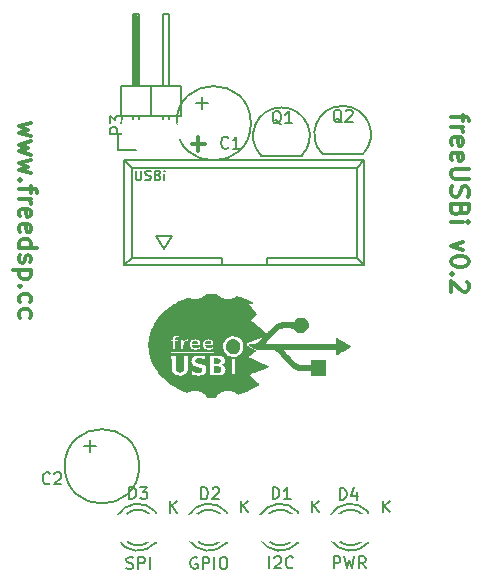
<source format=gto>
G04 #@! TF.FileFunction,Legend,Top*
%FSLAX46Y46*%
G04 Gerber Fmt 4.6, Leading zero omitted, Abs format (unit mm)*
G04 Created by KiCad (PCBNEW (2015-05-19 BZR 5670)-product) date 04.11.2016 21:30:30*
%MOMM*%
G01*
G04 APERTURE LIST*
%ADD10C,0.150000*%
%ADD11C,0.300000*%
%ADD12C,0.200000*%
%ADD13C,0.010000*%
%ADD14C,2.398980*%
%ADD15R,2.127200X2.127200*%
%ADD16O,2.127200X2.127200*%
%ADD17C,1.906220*%
%ADD18C,1.901140*%
%ADD19R,2.400000X2.400000*%
%ADD20C,2.400000*%
%ADD21O,1.299160X1.901140*%
%ADD22R,2.432000X2.432000*%
%ADD23O,2.432000X2.432000*%
G04 APERTURE END LIST*
D10*
D11*
X16671428Y36692857D02*
X15528571Y36692857D01*
X16100000Y36121429D02*
X16100000Y37264286D01*
X38521429Y39171428D02*
X38521429Y38599999D01*
X37521429Y38957142D02*
X38807143Y38957142D01*
X38950000Y38885714D01*
X39021429Y38742856D01*
X39021429Y38599999D01*
X37521429Y38099999D02*
X38521429Y38099999D01*
X38235714Y38099999D02*
X38378571Y38028571D01*
X38450000Y37957142D01*
X38521429Y37814285D01*
X38521429Y37671428D01*
X37592857Y36600000D02*
X37521429Y36742857D01*
X37521429Y37028571D01*
X37592857Y37171428D01*
X37735714Y37242857D01*
X38307143Y37242857D01*
X38450000Y37171428D01*
X38521429Y37028571D01*
X38521429Y36742857D01*
X38450000Y36600000D01*
X38307143Y36528571D01*
X38164286Y36528571D01*
X38021429Y37242857D01*
X37592857Y35314286D02*
X37521429Y35457143D01*
X37521429Y35742857D01*
X37592857Y35885714D01*
X37735714Y35957143D01*
X38307143Y35957143D01*
X38450000Y35885714D01*
X38521429Y35742857D01*
X38521429Y35457143D01*
X38450000Y35314286D01*
X38307143Y35242857D01*
X38164286Y35242857D01*
X38021429Y35957143D01*
X39021429Y34600000D02*
X37807143Y34600000D01*
X37664286Y34528572D01*
X37592857Y34457143D01*
X37521429Y34314286D01*
X37521429Y34028572D01*
X37592857Y33885714D01*
X37664286Y33814286D01*
X37807143Y33742857D01*
X39021429Y33742857D01*
X37592857Y33100000D02*
X37521429Y32885714D01*
X37521429Y32528571D01*
X37592857Y32385714D01*
X37664286Y32314285D01*
X37807143Y32242857D01*
X37950000Y32242857D01*
X38092857Y32314285D01*
X38164286Y32385714D01*
X38235714Y32528571D01*
X38307143Y32814285D01*
X38378571Y32957143D01*
X38450000Y33028571D01*
X38592857Y33100000D01*
X38735714Y33100000D01*
X38878571Y33028571D01*
X38950000Y32957143D01*
X39021429Y32814285D01*
X39021429Y32457143D01*
X38950000Y32242857D01*
X38307143Y31100000D02*
X38235714Y30885714D01*
X38164286Y30814286D01*
X38021429Y30742857D01*
X37807143Y30742857D01*
X37664286Y30814286D01*
X37592857Y30885714D01*
X37521429Y31028572D01*
X37521429Y31600000D01*
X39021429Y31600000D01*
X39021429Y31100000D01*
X38950000Y30957143D01*
X38878571Y30885714D01*
X38735714Y30814286D01*
X38592857Y30814286D01*
X38450000Y30885714D01*
X38378571Y30957143D01*
X38307143Y31100000D01*
X38307143Y31600000D01*
X37521429Y30100000D02*
X38521429Y30100000D01*
X39021429Y30100000D02*
X38950000Y30171429D01*
X38878571Y30100000D01*
X38950000Y30028572D01*
X39021429Y30100000D01*
X38878571Y30100000D01*
X38521429Y28385714D02*
X37521429Y28028571D01*
X38521429Y27671429D01*
X39021429Y26814286D02*
X39021429Y26671429D01*
X38950000Y26528572D01*
X38878571Y26457143D01*
X38735714Y26385714D01*
X38450000Y26314286D01*
X38092857Y26314286D01*
X37807143Y26385714D01*
X37664286Y26457143D01*
X37592857Y26528572D01*
X37521429Y26671429D01*
X37521429Y26814286D01*
X37592857Y26957143D01*
X37664286Y27028572D01*
X37807143Y27100000D01*
X38092857Y27171429D01*
X38450000Y27171429D01*
X38735714Y27100000D01*
X38878571Y27028572D01*
X38950000Y26957143D01*
X39021429Y26814286D01*
X37664286Y25671429D02*
X37592857Y25600001D01*
X37521429Y25671429D01*
X37592857Y25742858D01*
X37664286Y25671429D01*
X37521429Y25671429D01*
X38878571Y25028572D02*
X38950000Y24957143D01*
X39021429Y24814286D01*
X39021429Y24457143D01*
X38950000Y24314286D01*
X38878571Y24242857D01*
X38735714Y24171429D01*
X38592857Y24171429D01*
X38378571Y24242857D01*
X37521429Y25100000D01*
X37521429Y24171429D01*
X1921429Y38485714D02*
X921429Y38200000D01*
X1635714Y37914286D01*
X921429Y37628571D01*
X1921429Y37342857D01*
X1921429Y36914285D02*
X921429Y36628571D01*
X1635714Y36342857D01*
X921429Y36057142D01*
X1921429Y35771428D01*
X1921429Y35342856D02*
X921429Y35057142D01*
X1635714Y34771428D01*
X921429Y34485713D01*
X1921429Y34199999D01*
X1064286Y33628570D02*
X992857Y33557142D01*
X921429Y33628570D01*
X992857Y33699999D01*
X1064286Y33628570D01*
X921429Y33628570D01*
X1921429Y33128570D02*
X1921429Y32557141D01*
X921429Y32914284D02*
X2207143Y32914284D01*
X2350000Y32842856D01*
X2421429Y32699998D01*
X2421429Y32557141D01*
X921429Y32057141D02*
X1921429Y32057141D01*
X1635714Y32057141D02*
X1778571Y31985713D01*
X1850000Y31914284D01*
X1921429Y31771427D01*
X1921429Y31628570D01*
X992857Y30557142D02*
X921429Y30699999D01*
X921429Y30985713D01*
X992857Y31128570D01*
X1135714Y31199999D01*
X1707143Y31199999D01*
X1850000Y31128570D01*
X1921429Y30985713D01*
X1921429Y30699999D01*
X1850000Y30557142D01*
X1707143Y30485713D01*
X1564286Y30485713D01*
X1421429Y31199999D01*
X992857Y29271428D02*
X921429Y29414285D01*
X921429Y29699999D01*
X992857Y29842856D01*
X1135714Y29914285D01*
X1707143Y29914285D01*
X1850000Y29842856D01*
X1921429Y29699999D01*
X1921429Y29414285D01*
X1850000Y29271428D01*
X1707143Y29199999D01*
X1564286Y29199999D01*
X1421429Y29914285D01*
X921429Y27914285D02*
X2421429Y27914285D01*
X992857Y27914285D02*
X921429Y28057142D01*
X921429Y28342856D01*
X992857Y28485714D01*
X1064286Y28557142D01*
X1207143Y28628571D01*
X1635714Y28628571D01*
X1778571Y28557142D01*
X1850000Y28485714D01*
X1921429Y28342856D01*
X1921429Y28057142D01*
X1850000Y27914285D01*
X992857Y27271428D02*
X921429Y27128571D01*
X921429Y26842856D01*
X992857Y26699999D01*
X1135714Y26628571D01*
X1207143Y26628571D01*
X1350000Y26699999D01*
X1421429Y26842856D01*
X1421429Y27057142D01*
X1492857Y27199999D01*
X1635714Y27271428D01*
X1707143Y27271428D01*
X1850000Y27199999D01*
X1921429Y27057142D01*
X1921429Y26842856D01*
X1850000Y26699999D01*
X1921429Y25985713D02*
X421429Y25985713D01*
X1850000Y25985713D02*
X1921429Y25842856D01*
X1921429Y25557142D01*
X1850000Y25414285D01*
X1778571Y25342856D01*
X1635714Y25271427D01*
X1207143Y25271427D01*
X1064286Y25342856D01*
X992857Y25414285D01*
X921429Y25557142D01*
X921429Y25842856D01*
X992857Y25985713D01*
X1064286Y24628570D02*
X992857Y24557142D01*
X921429Y24628570D01*
X992857Y24699999D01*
X1064286Y24628570D01*
X921429Y24628570D01*
X992857Y23271427D02*
X921429Y23414284D01*
X921429Y23699998D01*
X992857Y23842856D01*
X1064286Y23914284D01*
X1207143Y23985713D01*
X1635714Y23985713D01*
X1778571Y23914284D01*
X1850000Y23842856D01*
X1921429Y23699998D01*
X1921429Y23414284D01*
X1850000Y23271427D01*
X992857Y21985713D02*
X921429Y22128570D01*
X921429Y22414284D01*
X992857Y22557142D01*
X1064286Y22628570D01*
X1207143Y22699999D01*
X1635714Y22699999D01*
X1778571Y22628570D01*
X1850000Y22557142D01*
X1921429Y22414284D01*
X1921429Y22128570D01*
X1850000Y21985713D01*
D12*
X10800000Y34438095D02*
X10800000Y33790476D01*
X10838095Y33714286D01*
X10876191Y33676190D01*
X10952381Y33638095D01*
X11104762Y33638095D01*
X11180953Y33676190D01*
X11219048Y33714286D01*
X11257143Y33790476D01*
X11257143Y34438095D01*
X11600000Y33676190D02*
X11714286Y33638095D01*
X11904762Y33638095D01*
X11980952Y33676190D01*
X12019048Y33714286D01*
X12057143Y33790476D01*
X12057143Y33866667D01*
X12019048Y33942857D01*
X11980952Y33980952D01*
X11904762Y34019048D01*
X11752381Y34057143D01*
X11676190Y34095238D01*
X11638095Y34133333D01*
X11600000Y34209524D01*
X11600000Y34285714D01*
X11638095Y34361905D01*
X11676190Y34400000D01*
X11752381Y34438095D01*
X11942857Y34438095D01*
X12057143Y34400000D01*
X12666667Y34057143D02*
X12780953Y34019048D01*
X12819048Y33980952D01*
X12857143Y33904762D01*
X12857143Y33790476D01*
X12819048Y33714286D01*
X12780953Y33676190D01*
X12704762Y33638095D01*
X12400000Y33638095D01*
X12400000Y34438095D01*
X12666667Y34438095D01*
X12742857Y34400000D01*
X12780953Y34361905D01*
X12819048Y34285714D01*
X12819048Y34209524D01*
X12780953Y34133333D01*
X12742857Y34095238D01*
X12666667Y34057143D01*
X12400000Y34057143D01*
X13200000Y33638095D02*
X13200000Y34171429D01*
X13200000Y34438095D02*
X13161905Y34400000D01*
X13200000Y34361905D01*
X13238095Y34400000D01*
X13200000Y34438095D01*
X13200000Y34361905D01*
X22101810Y763619D02*
X22101810Y1763619D01*
X22530381Y1668381D02*
X22578000Y1716000D01*
X22673238Y1763619D01*
X22911334Y1763619D01*
X23006572Y1716000D01*
X23054191Y1668381D01*
X23101810Y1573143D01*
X23101810Y1477905D01*
X23054191Y1335048D01*
X22482762Y763619D01*
X23101810Y763619D01*
X24101810Y858857D02*
X24054191Y811238D01*
X23911334Y763619D01*
X23816096Y763619D01*
X23673238Y811238D01*
X23578000Y906476D01*
X23530381Y1001714D01*
X23482762Y1192190D01*
X23482762Y1335048D01*
X23530381Y1525524D01*
X23578000Y1620762D01*
X23673238Y1716000D01*
X23816096Y1763619D01*
X23911334Y1763619D01*
X24054191Y1716000D01*
X24101810Y1668381D01*
X15978001Y1666000D02*
X15882763Y1713619D01*
X15739906Y1713619D01*
X15597048Y1666000D01*
X15501810Y1570762D01*
X15454191Y1475524D01*
X15406572Y1285048D01*
X15406572Y1142190D01*
X15454191Y951714D01*
X15501810Y856476D01*
X15597048Y761238D01*
X15739906Y713619D01*
X15835144Y713619D01*
X15978001Y761238D01*
X16025620Y808857D01*
X16025620Y1142190D01*
X15835144Y1142190D01*
X16454191Y713619D02*
X16454191Y1713619D01*
X16835144Y1713619D01*
X16930382Y1666000D01*
X16978001Y1618381D01*
X17025620Y1523143D01*
X17025620Y1380286D01*
X16978001Y1285048D01*
X16930382Y1237429D01*
X16835144Y1189810D01*
X16454191Y1189810D01*
X17454191Y713619D02*
X17454191Y1713619D01*
X18120857Y1713619D02*
X18311334Y1713619D01*
X18406572Y1666000D01*
X18501810Y1570762D01*
X18549429Y1380286D01*
X18549429Y1046952D01*
X18501810Y856476D01*
X18406572Y761238D01*
X18311334Y713619D01*
X18120857Y713619D01*
X18025619Y761238D01*
X17930381Y856476D01*
X17882762Y1046952D01*
X17882762Y1380286D01*
X17930381Y1570762D01*
X18025619Y1666000D01*
X18120857Y1713619D01*
X10004191Y761238D02*
X10147048Y713619D01*
X10385144Y713619D01*
X10480382Y761238D01*
X10528001Y808857D01*
X10575620Y904095D01*
X10575620Y999333D01*
X10528001Y1094571D01*
X10480382Y1142190D01*
X10385144Y1189810D01*
X10194667Y1237429D01*
X10099429Y1285048D01*
X10051810Y1332667D01*
X10004191Y1427905D01*
X10004191Y1523143D01*
X10051810Y1618381D01*
X10099429Y1666000D01*
X10194667Y1713619D01*
X10432763Y1713619D01*
X10575620Y1666000D01*
X11004191Y713619D02*
X11004191Y1713619D01*
X11385144Y1713619D01*
X11480382Y1666000D01*
X11528001Y1618381D01*
X11575620Y1523143D01*
X11575620Y1380286D01*
X11528001Y1285048D01*
X11480382Y1237429D01*
X11385144Y1189810D01*
X11004191Y1189810D01*
X12004191Y713619D02*
X12004191Y1713619D01*
X27544667Y763619D02*
X27544667Y1763619D01*
X27925620Y1763619D01*
X28020858Y1716000D01*
X28068477Y1668381D01*
X28116096Y1573143D01*
X28116096Y1430286D01*
X28068477Y1335048D01*
X28020858Y1287429D01*
X27925620Y1239810D01*
X27544667Y1239810D01*
X28449429Y1763619D02*
X28687524Y763619D01*
X28878001Y1477905D01*
X29068477Y763619D01*
X29306572Y1763619D01*
X30258953Y763619D02*
X29925619Y1239810D01*
X29687524Y763619D02*
X29687524Y1763619D01*
X30068477Y1763619D01*
X30163715Y1716000D01*
X30211334Y1668381D01*
X30258953Y1573143D01*
X30258953Y1430286D01*
X30211334Y1335048D01*
X30163715Y1287429D01*
X30068477Y1239810D01*
X29687524Y1239810D01*
D10*
X10467200Y34666000D02*
X9832200Y35301000D01*
X10467200Y27046000D02*
X9832200Y26411000D01*
X29517200Y27046000D02*
X30152200Y26411000D01*
X29517200Y34666000D02*
X30152200Y35301000D01*
X21897200Y26411000D02*
X21897200Y27046000D01*
X21897200Y27046000D02*
X29517200Y27046000D01*
X29517200Y27046000D02*
X29517200Y34666000D01*
X29517200Y34666000D02*
X10467200Y34666000D01*
X10467200Y34666000D02*
X10467200Y27046000D01*
X10467200Y27046000D02*
X18087200Y27046000D01*
X18087200Y27046000D02*
X18087200Y26411000D01*
X9832200Y26411000D02*
X30152200Y26411000D01*
X30152200Y35301000D02*
X9832200Y35301000D01*
X9832200Y35301000D02*
X9832200Y26411000D01*
X30152200Y35301000D02*
X30152200Y26411000D01*
X12494120Y28887500D02*
X13192620Y27818160D01*
X13192620Y27818160D02*
X13893660Y28887500D01*
X13893660Y28887500D02*
X12494120Y28887500D01*
X16386040Y40141560D02*
X16886420Y40141560D01*
X16386040Y40141560D02*
X16386040Y40641940D01*
X15885660Y40141560D02*
X16386040Y40141560D01*
X16386040Y40141560D02*
X16386040Y39742780D01*
X16386040Y39742780D02*
X16386040Y39641180D01*
X20536400Y38442300D02*
G75*
G03X20536400Y38442300I-3149600J0D01*
G01*
X24517000Y5530000D02*
X24517000Y5330000D01*
X24517000Y2936000D02*
X24517000Y3116000D01*
X21289256Y3246357D02*
G75*
G03X24517000Y2930000I1727744J1003643D01*
G01*
X21964994Y3116932D02*
G75*
G03X24068000Y3116000I1052006J1133068D01*
G01*
X24504220Y5556726D02*
G75*
G03X21267000Y5210000I-1497220J-1306726D01*
G01*
X24030889Y5329253D02*
G75*
G03X21983000Y5310000I-1013889J-1079253D01*
G01*
X18477000Y5530000D02*
X18477000Y5330000D01*
X18477000Y2936000D02*
X18477000Y3116000D01*
X15249256Y3246357D02*
G75*
G03X18477000Y2930000I1727744J1003643D01*
G01*
X15924994Y3116932D02*
G75*
G03X18028000Y3116000I1052006J1133068D01*
G01*
X18464220Y5556726D02*
G75*
G03X15227000Y5210000I-1497220J-1306726D01*
G01*
X17990889Y5329253D02*
G75*
G03X15943000Y5310000I-1013889J-1079253D01*
G01*
X12477000Y5530000D02*
X12477000Y5330000D01*
X12477000Y2936000D02*
X12477000Y3116000D01*
X9249256Y3246357D02*
G75*
G03X12477000Y2930000I1727744J1003643D01*
G01*
X9924994Y3116932D02*
G75*
G03X12028000Y3116000I1052006J1133068D01*
G01*
X12464220Y5556726D02*
G75*
G03X9227000Y5210000I-1497220J-1306726D01*
G01*
X11990889Y5329253D02*
G75*
G03X9943000Y5310000I-1013889J-1079253D01*
G01*
X30477000Y5530000D02*
X30477000Y5330000D01*
X30477000Y2936000D02*
X30477000Y3116000D01*
X27249256Y3246357D02*
G75*
G03X30477000Y2930000I1727744J1003643D01*
G01*
X27924994Y3116932D02*
G75*
G03X30028000Y3116000I1052006J1133068D01*
G01*
X30464220Y5556726D02*
G75*
G03X27227000Y5210000I-1497220J-1306726D01*
G01*
X29990889Y5329253D02*
G75*
G03X27943000Y5310000I-1013889J-1079253D01*
G01*
X21427200Y35688200D02*
X24827200Y35688200D01*
X21430144Y35691144D02*
G75*
G02X23127200Y39788200I1697056J1697056D01*
G01*
X24824256Y35691144D02*
G75*
G03X23127200Y39788200I-1697056J1697056D01*
G01*
X26608800Y35815200D02*
X30008800Y35815200D01*
X26611744Y35818144D02*
G75*
G02X28308800Y39915200I1697056J1697056D01*
G01*
X30005856Y35818144D02*
G75*
G03X28308800Y39915200I-1697056J1697056D01*
G01*
X6929240Y11099260D02*
X7429620Y11099260D01*
X6929240Y11099260D02*
X6929240Y11599640D01*
X6428860Y11099260D02*
X6929240Y11099260D01*
X6929240Y11099260D02*
X6929240Y10700480D01*
X6929240Y10700480D02*
X6929240Y10598880D01*
X11079600Y9400000D02*
G75*
G03X11079600Y9400000I-3149600J0D01*
G01*
X9258200Y36202500D02*
X10808200Y36202500D01*
X9258200Y37502500D02*
X9258200Y36202500D01*
X10681200Y41693500D02*
X10681200Y47535500D01*
X10681200Y47535500D02*
X10935200Y47535500D01*
X10935200Y47535500D02*
X10935200Y41693500D01*
X10935200Y41693500D02*
X10808200Y41693500D01*
X10808200Y41693500D02*
X10808200Y47535500D01*
X10554200Y39026500D02*
X10554200Y38645500D01*
X11062200Y39026500D02*
X11062200Y38645500D01*
X13094200Y39026500D02*
X13094200Y38645500D01*
X13602200Y39026500D02*
X13602200Y38645500D01*
X9538200Y39026500D02*
X9538200Y41566500D01*
X12078200Y39026500D02*
X12078200Y41566500D01*
X12078200Y39026500D02*
X14618200Y39026500D01*
X14618200Y39026500D02*
X14618200Y41566500D01*
X13094200Y41566500D02*
X13094200Y47662500D01*
X13094200Y47662500D02*
X13602200Y47662500D01*
X13602200Y47662500D02*
X13602200Y41566500D01*
X14618200Y41566500D02*
X12078200Y41566500D01*
X12078200Y41566500D02*
X9538200Y41566500D01*
X11062200Y47662500D02*
X11062200Y41566500D01*
X10554200Y47662500D02*
X11062200Y47662500D01*
X10554200Y41566500D02*
X10554200Y47662500D01*
X12078200Y39026500D02*
X12078200Y41566500D01*
X9538200Y39026500D02*
X12078200Y39026500D01*
D13*
G36*
X17608975Y24025232D02*
X17754473Y24023834D01*
X17893103Y24021777D01*
X18021119Y24019085D01*
X18134773Y24015785D01*
X18230319Y24011902D01*
X18304010Y24007464D01*
X18352099Y24002496D01*
X18370472Y23997516D01*
X18399051Y23985753D01*
X18452116Y23978602D01*
X18499097Y23977033D01*
X18556883Y23974760D01*
X18601839Y23968822D01*
X18623176Y23961109D01*
X18650085Y23949504D01*
X18709674Y23935811D01*
X18801919Y23920035D01*
X18926793Y23902182D01*
X18933355Y23901306D01*
X18984466Y23891819D01*
X19026264Y23879636D01*
X19031678Y23877346D01*
X19067927Y23864715D01*
X19119394Y23851365D01*
X19138194Y23847342D01*
X19192314Y23835030D01*
X19262323Y23817149D01*
X19330535Y23798288D01*
X19394012Y23781413D01*
X19449793Y23769172D01*
X19486534Y23764031D01*
X19488302Y23764000D01*
X19527548Y23754265D01*
X19547871Y23739420D01*
X19579751Y23718406D01*
X19598183Y23714839D01*
X19624572Y23709619D01*
X19673687Y23695704D01*
X19737497Y23675712D01*
X19807966Y23652262D01*
X19877063Y23627971D01*
X19936754Y23605459D01*
X19949355Y23600379D01*
X19980390Y23587900D01*
X20031371Y23567655D01*
X20091730Y23543839D01*
X20096839Y23541830D01*
X20157270Y23516654D01*
X20236680Y23481576D01*
X20324693Y23441267D01*
X20409800Y23400946D01*
X20484565Y23365542D01*
X20549683Y23336048D01*
X20599026Y23315142D01*
X20626461Y23305504D01*
X20628936Y23305162D01*
X20641425Y23299827D01*
X20630412Y23281777D01*
X20604414Y23267706D01*
X20556190Y23254867D01*
X20505274Y23247069D01*
X20449584Y23239168D01*
X20408073Y23229663D01*
X20390612Y23221293D01*
X20369925Y23212010D01*
X20329799Y23207081D01*
X20318065Y23206839D01*
X20275618Y23203966D01*
X20249688Y23196836D01*
X20247233Y23194549D01*
X20250351Y23181705D01*
X20267848Y23154169D01*
X20301181Y23110107D01*
X20351806Y23047688D01*
X20421176Y22965080D01*
X20510749Y22860451D01*
X20535194Y22832115D01*
X20584783Y22773544D01*
X20625308Y22723478D01*
X20652524Y22687315D01*
X20662194Y22670591D01*
X20673107Y22651727D01*
X20700920Y22619780D01*
X20720983Y22599634D01*
X20767235Y22551687D01*
X20817693Y22493829D01*
X20866661Y22433287D01*
X20908439Y22377286D01*
X20937330Y22333050D01*
X20946688Y22313438D01*
X20946069Y22297898D01*
X20934530Y22275148D01*
X20909584Y22242248D01*
X20868742Y22196254D01*
X20809517Y22134226D01*
X20729420Y22053222D01*
X20711256Y22035062D01*
X20638338Y21961510D01*
X20574035Y21895200D01*
X20521754Y21839767D01*
X20484907Y21798847D01*
X20466901Y21776076D01*
X20465675Y21773173D01*
X20478791Y21755820D01*
X20511822Y21731050D01*
X20531296Y21719179D01*
X20578175Y21687905D01*
X20634976Y21643738D01*
X20682751Y21602232D01*
X20729298Y21560511D01*
X20793004Y21505244D01*
X20865582Y21443541D01*
X20938746Y21382513D01*
X20940775Y21380840D01*
X21128537Y21225928D01*
X21292321Y21090500D01*
X21433544Y20973331D01*
X21553628Y20873192D01*
X21653992Y20788855D01*
X21736056Y20719094D01*
X21801240Y20662681D01*
X21850963Y20618388D01*
X21886646Y20584988D01*
X21909708Y20561253D01*
X21921570Y20545956D01*
X21923651Y20537870D01*
X21918329Y20535742D01*
X21901471Y20530469D01*
X21861138Y20516357D01*
X21804583Y20495966D01*
X21774942Y20485118D01*
X21707749Y20460594D01*
X21647959Y20439086D01*
X21605454Y20424136D01*
X21596258Y20421033D01*
X21562585Y20409281D01*
X21508000Y20389512D01*
X21442259Y20365272D01*
X21416000Y20355484D01*
X21348562Y20330468D01*
X21288520Y20308555D01*
X21245628Y20293291D01*
X21235742Y20289936D01*
X21202059Y20278199D01*
X21147457Y20258474D01*
X21081698Y20234301D01*
X21055484Y20224562D01*
X20979331Y20196559D01*
X20902118Y20168788D01*
X20837994Y20146325D01*
X20826065Y20142267D01*
X20725830Y20107831D01*
X20638906Y20076705D01*
X20570653Y20050875D01*
X20526431Y20032330D01*
X20517771Y20028008D01*
X20488534Y20015220D01*
X20439105Y19996544D01*
X20383613Y19977194D01*
X20277153Y19938038D01*
X20199636Y19900576D01*
X20147541Y19862010D01*
X20117346Y19819543D01*
X20105529Y19770378D01*
X20105033Y19755919D01*
X20115456Y19704978D01*
X20137574Y19663050D01*
X20163052Y19640888D01*
X20212699Y19606299D01*
X20281703Y19562163D01*
X20365252Y19511362D01*
X20458534Y19456774D01*
X20556739Y19401281D01*
X20655054Y19347764D01*
X20727967Y19309629D01*
X20785688Y19279030D01*
X20835487Y19250802D01*
X20866728Y19230977D01*
X20867033Y19230751D01*
X20879879Y19221164D01*
X20886965Y19212360D01*
X20885316Y19201304D01*
X20871956Y19184961D01*
X20843911Y19160298D01*
X20798205Y19124280D01*
X20731862Y19073872D01*
X20660325Y19019936D01*
X20595821Y18969510D01*
X20526606Y18912432D01*
X20457315Y18852889D01*
X20392586Y18795066D01*
X20337056Y18743149D01*
X20295361Y18701326D01*
X20272140Y18673782D01*
X20268904Y18666564D01*
X20282660Y18654362D01*
X20318763Y18632973D01*
X20369462Y18606185D01*
X20427008Y18577786D01*
X20483650Y18551565D01*
X20531640Y18531311D01*
X20563227Y18520811D01*
X20568458Y18520129D01*
X20598630Y18508501D01*
X20613033Y18495549D01*
X20637882Y18474883D01*
X20650161Y18470968D01*
X20672026Y18464288D01*
X20714883Y18446587D01*
X20770346Y18421378D01*
X20783348Y18415201D01*
X20851496Y18382875D01*
X20919344Y18351192D01*
X20972480Y18326880D01*
X20973549Y18326401D01*
X21025251Y18303027D01*
X21092959Y18272133D01*
X21162945Y18239988D01*
X21170194Y18236644D01*
X21281476Y18185448D01*
X21365995Y18146968D01*
X21426628Y18119932D01*
X21466251Y18103070D01*
X21487741Y18095110D01*
X21492818Y18094065D01*
X21510724Y18087333D01*
X21552037Y18068976D01*
X21610715Y18041753D01*
X21680715Y18008419D01*
X21684880Y18006412D01*
X21759618Y17970629D01*
X21827525Y17938584D01*
X21880970Y17913850D01*
X21911710Y17900247D01*
X21947136Y17876467D01*
X21954526Y17850194D01*
X21933138Y17828402D01*
X21919904Y17823460D01*
X21881905Y17810057D01*
X21831634Y17789430D01*
X21815196Y17782154D01*
X21762849Y17760416D01*
X21715274Y17743736D01*
X21704428Y17740693D01*
X21669246Y17727694D01*
X21652491Y17715346D01*
X21630175Y17702519D01*
X21615775Y17700674D01*
X21581991Y17693271D01*
X21541127Y17676093D01*
X21503727Y17658975D01*
X21478575Y17651619D01*
X21478229Y17651613D01*
X21456339Y17645135D01*
X21413823Y17628097D01*
X21359615Y17604095D01*
X21356056Y17602452D01*
X21300257Y17578011D01*
X21254362Y17560409D01*
X21227946Y17553305D01*
X21227372Y17553291D01*
X21199960Y17542825D01*
X21194775Y17536904D01*
X21171358Y17522453D01*
X21156936Y17520416D01*
X21123152Y17513013D01*
X21082288Y17495835D01*
X21040125Y17478377D01*
X21006456Y17471355D01*
X20971971Y17459530D01*
X20957162Y17446775D01*
X20926613Y17425822D01*
X20909271Y17422194D01*
X20874173Y17411796D01*
X20863290Y17403703D01*
X20838515Y17393343D01*
X20791128Y17383796D01*
X20731269Y17377090D01*
X20729760Y17376981D01*
X20663309Y17370134D01*
X20619945Y17359213D01*
X20590000Y17341216D01*
X20578247Y17329923D01*
X20548112Y17302968D01*
X20525344Y17291122D01*
X20524707Y17291097D01*
X20505041Y17280345D01*
X20470361Y17252249D01*
X20430997Y17215604D01*
X20354351Y17140111D01*
X20528756Y16972601D01*
X20667626Y16840037D01*
X20791158Y16723782D01*
X20898102Y16624961D01*
X20987206Y16544696D01*
X21057220Y16484112D01*
X21106891Y16444332D01*
X21134969Y16426480D01*
X21137775Y16425657D01*
X21160003Y16411946D01*
X21158652Y16392883D01*
X21140810Y16360624D01*
X21112971Y16325771D01*
X21084845Y16299285D01*
X21068829Y16291484D01*
X21049382Y16282842D01*
X21011181Y16260113D01*
X20962257Y16228096D01*
X20959085Y16225936D01*
X20910562Y16193614D01*
X20873178Y16170200D01*
X20854530Y16160437D01*
X20854108Y16160387D01*
X20836852Y16152612D01*
X20798574Y16131877D01*
X20746366Y16102073D01*
X20725000Y16089562D01*
X20657171Y16051730D01*
X20571302Y16007079D01*
X20473144Y15958278D01*
X20368448Y15907994D01*
X20262965Y15858897D01*
X20162445Y15813654D01*
X20072639Y15774934D01*
X19999299Y15745405D01*
X19948175Y15727735D01*
X19941162Y15725869D01*
X19895121Y15712116D01*
X19867420Y15701627D01*
X19752146Y15654980D01*
X19637562Y15616818D01*
X19621613Y15612058D01*
X19563731Y15594275D01*
X19514710Y15578000D01*
X19490516Y15568926D01*
X19458696Y15558330D01*
X19401366Y15542165D01*
X19324997Y15522029D01*
X19236060Y15499519D01*
X19141025Y15476235D01*
X19046365Y15453774D01*
X18958549Y15433734D01*
X18884048Y15417714D01*
X18854643Y15411869D01*
X18790623Y15402285D01*
X18703268Y15392880D01*
X18602010Y15384486D01*
X18496279Y15377939D01*
X18444287Y15375602D01*
X18342059Y15371352D01*
X18267617Y15367190D01*
X18215983Y15362402D01*
X18182180Y15356273D01*
X18161229Y15348090D01*
X18148152Y15337138D01*
X18144585Y15332616D01*
X18136730Y15323685D01*
X18125318Y15316539D01*
X18106865Y15310958D01*
X18077889Y15306721D01*
X18034905Y15303607D01*
X17974432Y15301397D01*
X17892984Y15299868D01*
X17787080Y15298800D01*
X17653236Y15297974D01*
X17593072Y15297671D01*
X17448760Y15297464D01*
X17300890Y15298151D01*
X17156432Y15299636D01*
X17022359Y15301821D01*
X16905639Y15304611D01*
X16813245Y15307909D01*
X16797461Y15308663D01*
X16685567Y15315252D01*
X16603085Y15322355D01*
X16546654Y15330397D01*
X16512914Y15339803D01*
X16502493Y15345983D01*
X16472485Y15359452D01*
X16419625Y15371662D01*
X16353819Y15380338D01*
X16352387Y15380465D01*
X16269832Y15389678D01*
X16179815Y15402743D01*
X16114775Y15414345D01*
X15980321Y15442077D01*
X15860291Y15468020D01*
X15758115Y15491356D01*
X15677225Y15511270D01*
X15621053Y15526945D01*
X15593031Y15537565D01*
X15591207Y15538910D01*
X15562995Y15551817D01*
X15542045Y15554600D01*
X15508466Y15560352D01*
X15457182Y15574276D01*
X15400914Y15592352D01*
X15352378Y15610560D01*
X15328194Y15622193D01*
X15302759Y15630958D01*
X15258934Y15640767D01*
X15242310Y15643719D01*
X15164886Y15664070D01*
X15075376Y15699517D01*
X15004771Y15734924D01*
X14968789Y15748442D01*
X14952380Y15750710D01*
X14925002Y15758029D01*
X14881110Y15776757D01*
X14851394Y15791678D01*
X14801604Y15815145D01*
X14759282Y15829968D01*
X14743197Y15832646D01*
X14697672Y15843110D01*
X14636972Y15871632D01*
X14569880Y15913904D01*
X14554088Y15925402D01*
X14513498Y15952436D01*
X14455238Y15987202D01*
X14390959Y16022788D01*
X14382024Y16027505D01*
X14317250Y16061832D01*
X14255975Y16094934D01*
X14210165Y16120339D01*
X14205678Y16122907D01*
X14125562Y16169229D01*
X14068375Y16202850D01*
X14028506Y16227187D01*
X14000347Y16245656D01*
X13980160Y16260251D01*
X13942407Y16278423D01*
X13912333Y16280270D01*
X13881338Y16285214D01*
X13833047Y16307285D01*
X13774493Y16341652D01*
X13712709Y16383483D01*
X13654729Y16427945D01*
X13607585Y16470206D01*
X13578311Y16505434D01*
X13574775Y16512193D01*
X13555971Y16537189D01*
X13517290Y16576863D01*
X13464555Y16625556D01*
X13409539Y16672707D01*
X13332754Y16737982D01*
X13245461Y16814884D01*
X13160473Y16892016D01*
X13112431Y16936977D01*
X13053713Y16990958D01*
X13001575Y17035400D01*
X12961467Y17065891D01*
X12938845Y17078017D01*
X12938117Y17078065D01*
X12917789Y17089843D01*
X12881561Y17121931D01*
X12834519Y17169464D01*
X12781743Y17227572D01*
X12780483Y17229017D01*
X12724589Y17294057D01*
X12687161Y17341044D01*
X12664551Y17376114D01*
X12653110Y17405403D01*
X12649188Y17435044D01*
X12648904Y17450242D01*
X12644768Y17499195D01*
X12631677Y17519522D01*
X12626208Y17520516D01*
X12601870Y17533076D01*
X12575826Y17562769D01*
X12549557Y17590379D01*
X12525701Y17596411D01*
X12507150Y17605891D01*
X12477206Y17640568D01*
X12438423Y17695982D01*
X12393354Y17767670D01*
X12344552Y17851171D01*
X12294570Y17942025D01*
X12245963Y18035769D01*
X12201283Y18127942D01*
X12163083Y18214084D01*
X12142413Y18266129D01*
X12116766Y18332377D01*
X12089753Y18398462D01*
X12074138Y18434536D01*
X12054593Y18488161D01*
X12043519Y18538361D01*
X12042581Y18551864D01*
X12037551Y18588138D01*
X12024084Y18645508D01*
X12004616Y18714149D01*
X11994040Y18747651D01*
X11970748Y18824743D01*
X11968990Y18831484D01*
X13728044Y18831484D01*
X13734297Y18204678D01*
X13736117Y18035059D01*
X13738168Y17894634D01*
X13740887Y17779823D01*
X13744710Y17687047D01*
X13750074Y17612724D01*
X13757413Y17553276D01*
X13767166Y17505123D01*
X13779767Y17464685D01*
X13795653Y17428381D01*
X13815260Y17392633D01*
X13837715Y17355952D01*
X13915503Y17261874D01*
X14017908Y17186090D01*
X14141710Y17129594D01*
X14283691Y17093383D01*
X14440630Y17078450D01*
X14609308Y17085791D01*
X14680904Y17095436D01*
X14825978Y17133149D01*
X14950016Y17195644D01*
X15051897Y17281813D01*
X15130499Y17390546D01*
X15184700Y17520736D01*
X15206021Y17614533D01*
X15209726Y17653503D01*
X15213119Y17720609D01*
X15216089Y17811214D01*
X15218526Y17920682D01*
X15220320Y18044376D01*
X15221361Y18177657D01*
X15221583Y18270226D01*
X15221593Y18331678D01*
X15426770Y18331678D01*
X15427748Y18257187D01*
X15432472Y18204486D01*
X15443166Y18162626D01*
X15462054Y18120659D01*
X15474224Y18098091D01*
X15525002Y18023939D01*
X15590159Y17962289D01*
X15673914Y17910724D01*
X15780486Y17866826D01*
X15914095Y17828178D01*
X15967291Y17815610D01*
X16089495Y17786056D01*
X16182704Y17758622D01*
X16250497Y17731838D01*
X16296456Y17704234D01*
X16324162Y17674340D01*
X16328040Y17667550D01*
X16350248Y17595014D01*
X16341813Y17527860D01*
X16304832Y17469990D01*
X16241404Y17425307D01*
X16187009Y17405189D01*
X16094005Y17392017D01*
X15981145Y17395429D01*
X15855976Y17414032D01*
X15726046Y17446433D01*
X15598903Y17491239D01*
X15516031Y17529021D01*
X15434710Y17570230D01*
X15434710Y17194044D01*
X15513497Y17170647D01*
X15578631Y17153111D01*
X15662049Y17133111D01*
X15750799Y17113523D01*
X15831927Y17097223D01*
X15885355Y17088081D01*
X15943502Y17083606D01*
X16022507Y17082873D01*
X16113294Y17085386D01*
X16206790Y17090643D01*
X16293919Y17098148D01*
X16365608Y17107400D01*
X16369669Y17108275D01*
X16991484Y17108275D01*
X17479000Y17114571D01*
X17620141Y17116539D01*
X17732854Y17118602D01*
X17821486Y17121075D01*
X17890382Y17124271D01*
X17943890Y17128504D01*
X17986354Y17134087D01*
X18022122Y17141333D01*
X18055538Y17150557D01*
X18078215Y17157814D01*
X18192481Y17211005D01*
X18283379Y17285533D01*
X18349401Y17378315D01*
X18389040Y17486272D01*
X18400789Y17606320D01*
X18383142Y17735380D01*
X18375109Y17764865D01*
X18345867Y17830883D01*
X18300732Y17896710D01*
X18247233Y17953771D01*
X18192900Y17993487D01*
X18164154Y18005151D01*
X18129565Y18019938D01*
X18125849Y18036968D01*
X18153693Y18052693D01*
X18192650Y18076667D01*
X18236938Y18120694D01*
X18278480Y18174921D01*
X18309197Y18229496D01*
X18317657Y18252679D01*
X18333212Y18354851D01*
X18327003Y18460122D01*
X18306780Y18536516D01*
X18826839Y18536516D01*
X18826839Y17241936D01*
X19236516Y17241936D01*
X19236516Y18536516D01*
X18826839Y18536516D01*
X18306780Y18536516D01*
X18300865Y18558856D01*
X18256632Y18641412D01*
X18239719Y18662010D01*
X18193625Y18705734D01*
X18140716Y18741595D01*
X18077533Y18770287D01*
X18000616Y18792502D01*
X17906508Y18808935D01*
X17791748Y18820278D01*
X17652880Y18827225D01*
X17486442Y18830469D01*
X17397065Y18830913D01*
X16991484Y18831484D01*
X16991484Y17108275D01*
X16369669Y17108275D01*
X16409742Y17116907D01*
X16517309Y17162037D01*
X16610629Y17223787D01*
X16681575Y17296488D01*
X16694958Y17315859D01*
X16739807Y17411935D01*
X16766739Y17524373D01*
X16775208Y17643158D01*
X16764665Y17758280D01*
X16734564Y17859723D01*
X16725712Y17878341D01*
X16682213Y17945194D01*
X16623819Y18002246D01*
X16546926Y18051402D01*
X16447933Y18094567D01*
X16323236Y18133645D01*
X16175683Y18169154D01*
X16095683Y18187381D01*
X16022387Y18205749D01*
X15964773Y18221913D01*
X15935269Y18231985D01*
X15871919Y18272633D01*
X15836836Y18327532D01*
X15831563Y18392592D01*
X15851808Y18453087D01*
X15879854Y18490886D01*
X15921766Y18517377D01*
X15982364Y18533992D01*
X16066467Y18542168D01*
X16155742Y18543585D01*
X16240922Y18541725D01*
X16308084Y18535908D01*
X16370631Y18523841D01*
X16441967Y18503228D01*
X16495775Y18485393D01*
X16663742Y18428327D01*
X16663742Y18604221D01*
X16663127Y18683199D01*
X16660670Y18735295D01*
X16655458Y18766387D01*
X16646575Y18782354D01*
X16635065Y18788542D01*
X16552801Y18808525D01*
X16449149Y18827483D01*
X16335485Y18843682D01*
X16223186Y18855385D01*
X16174067Y18858841D01*
X15992530Y18859367D01*
X15835923Y18838705D01*
X15704125Y18796808D01*
X15597019Y18733626D01*
X15514486Y18649110D01*
X15465600Y18565057D01*
X15445207Y18512268D01*
X15433252Y18458588D01*
X15427784Y18392282D01*
X15426770Y18331678D01*
X15221593Y18331678D01*
X15221678Y18831484D01*
X14780735Y18831484D01*
X14775884Y18229258D01*
X14774553Y18072454D01*
X14773200Y17944877D01*
X14771609Y17842983D01*
X14769569Y17763224D01*
X14766864Y17702055D01*
X14763282Y17655930D01*
X14758608Y17621303D01*
X14752629Y17594628D01*
X14745132Y17572360D01*
X14735901Y17550952D01*
X14734869Y17548709D01*
X14703389Y17493457D01*
X14664765Y17457849D01*
X14628353Y17438456D01*
X14535349Y17410405D01*
X14441677Y17407191D01*
X14354136Y17427131D01*
X14279523Y17468545D01*
X14224635Y17529750D01*
X14218929Y17539769D01*
X14209162Y17558821D01*
X14201206Y17578022D01*
X14194846Y17600841D01*
X14189861Y17630745D01*
X14186035Y17671202D01*
X14183150Y17725681D01*
X14180986Y17797650D01*
X14179327Y17890576D01*
X14177954Y18007928D01*
X14176648Y18153174D01*
X14176086Y18221065D01*
X14171075Y18831484D01*
X13728044Y18831484D01*
X11968990Y18831484D01*
X11950694Y18901620D01*
X11937163Y18965308D01*
X11934505Y18982645D01*
X11926038Y19034564D01*
X11916336Y19073339D01*
X11910923Y19085484D01*
X11901123Y19114220D01*
X11896568Y19142839D01*
X13730452Y19142839D01*
X13730452Y19028129D01*
X17384775Y19028129D01*
X17384775Y19142839D01*
X13730452Y19142839D01*
X11896568Y19142839D01*
X11892174Y19170439D01*
X11884263Y19248859D01*
X11877578Y19344194D01*
X11872305Y19451163D01*
X11868633Y19564479D01*
X11866747Y19678861D01*
X11866835Y19789025D01*
X11869084Y19889685D01*
X11873681Y19975560D01*
X11877850Y20019549D01*
X11887417Y20092772D01*
X11897378Y20156398D01*
X11904305Y20191613D01*
X13730452Y20191613D01*
X13730452Y19978581D01*
X13877936Y19978581D01*
X13877936Y19290323D01*
X14156516Y19290323D01*
X14156516Y19978581D01*
X14402323Y19978581D01*
X14402323Y20191613D01*
X14549807Y20191613D01*
X14549807Y19290323D01*
X14825625Y19290323D01*
X14831103Y19565584D01*
X14833689Y19670848D01*
X14836697Y19740968D01*
X15295705Y19740968D01*
X15297002Y19666121D01*
X15302048Y19613003D01*
X15313092Y19570605D01*
X15332382Y19527915D01*
X15343412Y19507381D01*
X15404444Y19420492D01*
X15481957Y19356114D01*
X15582758Y19308782D01*
X15596556Y19304049D01*
X15693284Y19283781D01*
X15807563Y19278562D01*
X15928093Y19287889D01*
X16043574Y19311262D01*
X16090194Y19325980D01*
X16196710Y19364197D01*
X16201572Y19475467D01*
X16206434Y19586738D01*
X16140097Y19552895D01*
X16042168Y19512527D01*
X15939090Y19486548D01*
X15838545Y19475624D01*
X15748216Y19480419D01*
X15675783Y19501601D01*
X15658808Y19511174D01*
X15625227Y19543790D01*
X15593195Y19591052D01*
X15571019Y19639165D01*
X15565807Y19665606D01*
X15578861Y19672334D01*
X15618981Y19677423D01*
X15687603Y19680949D01*
X15786161Y19682987D01*
X15909936Y19683613D01*
X16254065Y19683613D01*
X16254065Y19740968D01*
X16410027Y19740968D01*
X16411325Y19666121D01*
X16416371Y19613003D01*
X16427415Y19570605D01*
X16446705Y19527915D01*
X16457735Y19507381D01*
X16518766Y19420492D01*
X16596280Y19356114D01*
X16697080Y19308782D01*
X16710879Y19304049D01*
X16807607Y19283781D01*
X16921886Y19278562D01*
X17042415Y19287889D01*
X17157897Y19311262D01*
X17204516Y19325980D01*
X17311033Y19364197D01*
X17315895Y19475467D01*
X17319977Y19568904D01*
X18084971Y19568904D01*
X18101368Y19398487D01*
X18146053Y19240388D01*
X18216157Y19096753D01*
X18308812Y18969730D01*
X18421148Y18861466D01*
X18550296Y18774110D01*
X18693389Y18709809D01*
X18847557Y18670711D01*
X19009931Y18658962D01*
X19177643Y18676712D01*
X19252904Y18694563D01*
X19405536Y18753934D01*
X19547655Y18843386D01*
X19646194Y18929807D01*
X19758323Y19062365D01*
X19839681Y19205652D01*
X19890947Y19361309D01*
X19912799Y19530978D01*
X19913746Y19577097D01*
X19899352Y19750636D01*
X19855719Y19909742D01*
X19782168Y20056054D01*
X19678021Y20191216D01*
X19646194Y20224387D01*
X19513636Y20336517D01*
X19370349Y20417875D01*
X19214692Y20469141D01*
X19045023Y20490992D01*
X18998904Y20491940D01*
X18825364Y20477546D01*
X18666259Y20433913D01*
X18519946Y20360362D01*
X18384785Y20256214D01*
X18351613Y20224387D01*
X18240190Y20093306D01*
X18159514Y19952636D01*
X18108536Y19799797D01*
X18086207Y19632208D01*
X18084971Y19568904D01*
X17319977Y19568904D01*
X17320757Y19586738D01*
X17254419Y19552895D01*
X17156491Y19512527D01*
X17053413Y19486548D01*
X16952868Y19475624D01*
X16862538Y19480419D01*
X16790105Y19501601D01*
X16773131Y19511174D01*
X16739550Y19543790D01*
X16707517Y19591052D01*
X16685341Y19639165D01*
X16680129Y19665606D01*
X16693184Y19672334D01*
X16733304Y19677423D01*
X16801925Y19680949D01*
X16900483Y19682987D01*
X17024258Y19683613D01*
X17368387Y19683613D01*
X17368387Y19762574D01*
X17354553Y19887469D01*
X17312614Y19996117D01*
X17241919Y20090175D01*
X17237804Y20094338D01*
X17152465Y20162416D01*
X17056511Y20204275D01*
X16944804Y20221586D01*
X16851962Y20219805D01*
X16722370Y20199012D01*
X16616704Y20157219D01*
X16532611Y20093008D01*
X16467737Y20004965D01*
X16455211Y19981041D01*
X16432406Y19930176D01*
X16418742Y19884269D01*
X16412021Y19831638D01*
X16410043Y19760597D01*
X16410027Y19740968D01*
X16254065Y19740968D01*
X16254065Y19762574D01*
X16240230Y19887469D01*
X16198291Y19996117D01*
X16127596Y20090175D01*
X16123481Y20094338D01*
X16038142Y20162416D01*
X15942188Y20204275D01*
X15830481Y20221586D01*
X15737639Y20219805D01*
X15608047Y20199012D01*
X15502382Y20157219D01*
X15418288Y20093008D01*
X15353414Y20004965D01*
X15340889Y19981041D01*
X15318083Y19930176D01*
X15304420Y19884269D01*
X15297698Y19831638D01*
X15295721Y19760597D01*
X15295705Y19740968D01*
X14836697Y19740968D01*
X14837026Y19748630D01*
X14841693Y19804219D01*
X14848268Y19842906D01*
X14857330Y19869982D01*
X14866149Y19885914D01*
X14925368Y19948356D01*
X15001719Y19984528D01*
X15091168Y19993185D01*
X15169200Y19979532D01*
X15223022Y19964096D01*
X15213484Y20216194D01*
X15153120Y20221215D01*
X15051575Y20213807D01*
X14955616Y20176582D01*
X14893007Y20131470D01*
X14828387Y20073090D01*
X14828387Y20191613D01*
X14549807Y20191613D01*
X14402323Y20191613D01*
X14156516Y20191613D01*
X14156516Y20239604D01*
X14164225Y20287483D01*
X14190302Y20318152D01*
X14239176Y20334420D01*
X14313364Y20339097D01*
X14418710Y20339097D01*
X14418710Y20539368D01*
X14242549Y20533306D01*
X14154817Y20528920D01*
X14092243Y20521996D01*
X14047234Y20511267D01*
X14012197Y20495465D01*
X14010746Y20494622D01*
X13942817Y20441802D01*
X13901287Y20375551D01*
X13882003Y20289058D01*
X13881408Y20282422D01*
X13873877Y20191613D01*
X13730452Y20191613D01*
X11904305Y20191613D01*
X11906267Y20201586D01*
X11910484Y20216194D01*
X11919423Y20246534D01*
X11932030Y20299711D01*
X11946133Y20366311D01*
X11952064Y20396452D01*
X11966587Y20464367D01*
X11981468Y20521269D01*
X11994319Y20558467D01*
X11998807Y20566468D01*
X12011027Y20598872D01*
X12012482Y20634172D01*
X12015758Y20679282D01*
X12029937Y20731940D01*
X12033356Y20740640D01*
X12049907Y20786533D01*
X12058661Y20823039D01*
X12059069Y20828615D01*
X12066444Y20861579D01*
X12083650Y20902228D01*
X12101183Y20945474D01*
X12108129Y20980850D01*
X12119546Y21013858D01*
X12146933Y21048622D01*
X12174060Y21081773D01*
X12206326Y21132740D01*
X12239870Y21193717D01*
X12270830Y21256898D01*
X12295345Y21314478D01*
X12309554Y21358649D01*
X12310701Y21379676D01*
X12314764Y21407216D01*
X12337509Y21458185D01*
X12377484Y21530153D01*
X12433238Y21620688D01*
X12503318Y21727359D01*
X12586274Y21847735D01*
X12611173Y21882948D01*
X12657248Y21943767D01*
X12717073Y22016712D01*
X12787340Y22098305D01*
X12864741Y22185067D01*
X12945967Y22273521D01*
X13027710Y22360188D01*
X13106661Y22441590D01*
X13179514Y22514249D01*
X13242958Y22574687D01*
X13293686Y22619425D01*
X13328390Y22644986D01*
X13340459Y22649678D01*
X13368036Y22662084D01*
X13398000Y22692201D01*
X13399856Y22694742D01*
X13432165Y22728987D01*
X13488377Y22776755D01*
X13564094Y22835035D01*
X13654922Y22900818D01*
X13756464Y22971093D01*
X13864323Y23042850D01*
X13974104Y23113078D01*
X14081410Y23178769D01*
X14181846Y23236910D01*
X14230258Y23263354D01*
X14294351Y23297972D01*
X14348495Y23328108D01*
X14385494Y23349707D01*
X14396942Y23357249D01*
X14427291Y23361864D01*
X14448869Y23352153D01*
X14479966Y23340028D01*
X14506847Y23352673D01*
X14507508Y23353219D01*
X14529077Y23379166D01*
X14533687Y23393200D01*
X14548868Y23409192D01*
X14592956Y23435920D01*
X14664218Y23472492D01*
X14760919Y23518015D01*
X14873076Y23568000D01*
X14931537Y23589618D01*
X14987354Y23604017D01*
X15012848Y23607258D01*
X15064702Y23618351D01*
X15114679Y23642501D01*
X15115644Y23643169D01*
X15179959Y23676148D01*
X15265728Y23698458D01*
X15336334Y23708155D01*
X15379659Y23718119D01*
X15408585Y23734461D01*
X15410076Y23736245D01*
X15422758Y23746688D01*
X15447536Y23757047D01*
X15488618Y23768350D01*
X15550209Y23781625D01*
X15636519Y23797902D01*
X15729678Y23814382D01*
X15793341Y23828001D01*
X15850524Y23844569D01*
X15882801Y23857641D01*
X15926262Y23875005D01*
X15993760Y23893195D01*
X16087783Y23912760D01*
X16210820Y23934251D01*
X16278645Y23945059D01*
X16341961Y23955993D01*
X16393058Y23966819D01*
X16422965Y23975579D01*
X16426129Y23977253D01*
X16447940Y23983307D01*
X16495553Y23991256D01*
X16562124Y24000102D01*
X16640808Y24008848D01*
X16647355Y24009507D01*
X16712913Y24014331D01*
X16801578Y24018287D01*
X16909602Y24021399D01*
X17033238Y24023695D01*
X17168741Y24025200D01*
X17312362Y24025941D01*
X17460356Y24025942D01*
X17608975Y24025232D01*
X17608975Y24025232D01*
G37*
X17608975Y24025232D02*
X17754473Y24023834D01*
X17893103Y24021777D01*
X18021119Y24019085D01*
X18134773Y24015785D01*
X18230319Y24011902D01*
X18304010Y24007464D01*
X18352099Y24002496D01*
X18370472Y23997516D01*
X18399051Y23985753D01*
X18452116Y23978602D01*
X18499097Y23977033D01*
X18556883Y23974760D01*
X18601839Y23968822D01*
X18623176Y23961109D01*
X18650085Y23949504D01*
X18709674Y23935811D01*
X18801919Y23920035D01*
X18926793Y23902182D01*
X18933355Y23901306D01*
X18984466Y23891819D01*
X19026264Y23879636D01*
X19031678Y23877346D01*
X19067927Y23864715D01*
X19119394Y23851365D01*
X19138194Y23847342D01*
X19192314Y23835030D01*
X19262323Y23817149D01*
X19330535Y23798288D01*
X19394012Y23781413D01*
X19449793Y23769172D01*
X19486534Y23764031D01*
X19488302Y23764000D01*
X19527548Y23754265D01*
X19547871Y23739420D01*
X19579751Y23718406D01*
X19598183Y23714839D01*
X19624572Y23709619D01*
X19673687Y23695704D01*
X19737497Y23675712D01*
X19807966Y23652262D01*
X19877063Y23627971D01*
X19936754Y23605459D01*
X19949355Y23600379D01*
X19980390Y23587900D01*
X20031371Y23567655D01*
X20091730Y23543839D01*
X20096839Y23541830D01*
X20157270Y23516654D01*
X20236680Y23481576D01*
X20324693Y23441267D01*
X20409800Y23400946D01*
X20484565Y23365542D01*
X20549683Y23336048D01*
X20599026Y23315142D01*
X20626461Y23305504D01*
X20628936Y23305162D01*
X20641425Y23299827D01*
X20630412Y23281777D01*
X20604414Y23267706D01*
X20556190Y23254867D01*
X20505274Y23247069D01*
X20449584Y23239168D01*
X20408073Y23229663D01*
X20390612Y23221293D01*
X20369925Y23212010D01*
X20329799Y23207081D01*
X20318065Y23206839D01*
X20275618Y23203966D01*
X20249688Y23196836D01*
X20247233Y23194549D01*
X20250351Y23181705D01*
X20267848Y23154169D01*
X20301181Y23110107D01*
X20351806Y23047688D01*
X20421176Y22965080D01*
X20510749Y22860451D01*
X20535194Y22832115D01*
X20584783Y22773544D01*
X20625308Y22723478D01*
X20652524Y22687315D01*
X20662194Y22670591D01*
X20673107Y22651727D01*
X20700920Y22619780D01*
X20720983Y22599634D01*
X20767235Y22551687D01*
X20817693Y22493829D01*
X20866661Y22433287D01*
X20908439Y22377286D01*
X20937330Y22333050D01*
X20946688Y22313438D01*
X20946069Y22297898D01*
X20934530Y22275148D01*
X20909584Y22242248D01*
X20868742Y22196254D01*
X20809517Y22134226D01*
X20729420Y22053222D01*
X20711256Y22035062D01*
X20638338Y21961510D01*
X20574035Y21895200D01*
X20521754Y21839767D01*
X20484907Y21798847D01*
X20466901Y21776076D01*
X20465675Y21773173D01*
X20478791Y21755820D01*
X20511822Y21731050D01*
X20531296Y21719179D01*
X20578175Y21687905D01*
X20634976Y21643738D01*
X20682751Y21602232D01*
X20729298Y21560511D01*
X20793004Y21505244D01*
X20865582Y21443541D01*
X20938746Y21382513D01*
X20940775Y21380840D01*
X21128537Y21225928D01*
X21292321Y21090500D01*
X21433544Y20973331D01*
X21553628Y20873192D01*
X21653992Y20788855D01*
X21736056Y20719094D01*
X21801240Y20662681D01*
X21850963Y20618388D01*
X21886646Y20584988D01*
X21909708Y20561253D01*
X21921570Y20545956D01*
X21923651Y20537870D01*
X21918329Y20535742D01*
X21901471Y20530469D01*
X21861138Y20516357D01*
X21804583Y20495966D01*
X21774942Y20485118D01*
X21707749Y20460594D01*
X21647959Y20439086D01*
X21605454Y20424136D01*
X21596258Y20421033D01*
X21562585Y20409281D01*
X21508000Y20389512D01*
X21442259Y20365272D01*
X21416000Y20355484D01*
X21348562Y20330468D01*
X21288520Y20308555D01*
X21245628Y20293291D01*
X21235742Y20289936D01*
X21202059Y20278199D01*
X21147457Y20258474D01*
X21081698Y20234301D01*
X21055484Y20224562D01*
X20979331Y20196559D01*
X20902118Y20168788D01*
X20837994Y20146325D01*
X20826065Y20142267D01*
X20725830Y20107831D01*
X20638906Y20076705D01*
X20570653Y20050875D01*
X20526431Y20032330D01*
X20517771Y20028008D01*
X20488534Y20015220D01*
X20439105Y19996544D01*
X20383613Y19977194D01*
X20277153Y19938038D01*
X20199636Y19900576D01*
X20147541Y19862010D01*
X20117346Y19819543D01*
X20105529Y19770378D01*
X20105033Y19755919D01*
X20115456Y19704978D01*
X20137574Y19663050D01*
X20163052Y19640888D01*
X20212699Y19606299D01*
X20281703Y19562163D01*
X20365252Y19511362D01*
X20458534Y19456774D01*
X20556739Y19401281D01*
X20655054Y19347764D01*
X20727967Y19309629D01*
X20785688Y19279030D01*
X20835487Y19250802D01*
X20866728Y19230977D01*
X20867033Y19230751D01*
X20879879Y19221164D01*
X20886965Y19212360D01*
X20885316Y19201304D01*
X20871956Y19184961D01*
X20843911Y19160298D01*
X20798205Y19124280D01*
X20731862Y19073872D01*
X20660325Y19019936D01*
X20595821Y18969510D01*
X20526606Y18912432D01*
X20457315Y18852889D01*
X20392586Y18795066D01*
X20337056Y18743149D01*
X20295361Y18701326D01*
X20272140Y18673782D01*
X20268904Y18666564D01*
X20282660Y18654362D01*
X20318763Y18632973D01*
X20369462Y18606185D01*
X20427008Y18577786D01*
X20483650Y18551565D01*
X20531640Y18531311D01*
X20563227Y18520811D01*
X20568458Y18520129D01*
X20598630Y18508501D01*
X20613033Y18495549D01*
X20637882Y18474883D01*
X20650161Y18470968D01*
X20672026Y18464288D01*
X20714883Y18446587D01*
X20770346Y18421378D01*
X20783348Y18415201D01*
X20851496Y18382875D01*
X20919344Y18351192D01*
X20972480Y18326880D01*
X20973549Y18326401D01*
X21025251Y18303027D01*
X21092959Y18272133D01*
X21162945Y18239988D01*
X21170194Y18236644D01*
X21281476Y18185448D01*
X21365995Y18146968D01*
X21426628Y18119932D01*
X21466251Y18103070D01*
X21487741Y18095110D01*
X21492818Y18094065D01*
X21510724Y18087333D01*
X21552037Y18068976D01*
X21610715Y18041753D01*
X21680715Y18008419D01*
X21684880Y18006412D01*
X21759618Y17970629D01*
X21827525Y17938584D01*
X21880970Y17913850D01*
X21911710Y17900247D01*
X21947136Y17876467D01*
X21954526Y17850194D01*
X21933138Y17828402D01*
X21919904Y17823460D01*
X21881905Y17810057D01*
X21831634Y17789430D01*
X21815196Y17782154D01*
X21762849Y17760416D01*
X21715274Y17743736D01*
X21704428Y17740693D01*
X21669246Y17727694D01*
X21652491Y17715346D01*
X21630175Y17702519D01*
X21615775Y17700674D01*
X21581991Y17693271D01*
X21541127Y17676093D01*
X21503727Y17658975D01*
X21478575Y17651619D01*
X21478229Y17651613D01*
X21456339Y17645135D01*
X21413823Y17628097D01*
X21359615Y17604095D01*
X21356056Y17602452D01*
X21300257Y17578011D01*
X21254362Y17560409D01*
X21227946Y17553305D01*
X21227372Y17553291D01*
X21199960Y17542825D01*
X21194775Y17536904D01*
X21171358Y17522453D01*
X21156936Y17520416D01*
X21123152Y17513013D01*
X21082288Y17495835D01*
X21040125Y17478377D01*
X21006456Y17471355D01*
X20971971Y17459530D01*
X20957162Y17446775D01*
X20926613Y17425822D01*
X20909271Y17422194D01*
X20874173Y17411796D01*
X20863290Y17403703D01*
X20838515Y17393343D01*
X20791128Y17383796D01*
X20731269Y17377090D01*
X20729760Y17376981D01*
X20663309Y17370134D01*
X20619945Y17359213D01*
X20590000Y17341216D01*
X20578247Y17329923D01*
X20548112Y17302968D01*
X20525344Y17291122D01*
X20524707Y17291097D01*
X20505041Y17280345D01*
X20470361Y17252249D01*
X20430997Y17215604D01*
X20354351Y17140111D01*
X20528756Y16972601D01*
X20667626Y16840037D01*
X20791158Y16723782D01*
X20898102Y16624961D01*
X20987206Y16544696D01*
X21057220Y16484112D01*
X21106891Y16444332D01*
X21134969Y16426480D01*
X21137775Y16425657D01*
X21160003Y16411946D01*
X21158652Y16392883D01*
X21140810Y16360624D01*
X21112971Y16325771D01*
X21084845Y16299285D01*
X21068829Y16291484D01*
X21049382Y16282842D01*
X21011181Y16260113D01*
X20962257Y16228096D01*
X20959085Y16225936D01*
X20910562Y16193614D01*
X20873178Y16170200D01*
X20854530Y16160437D01*
X20854108Y16160387D01*
X20836852Y16152612D01*
X20798574Y16131877D01*
X20746366Y16102073D01*
X20725000Y16089562D01*
X20657171Y16051730D01*
X20571302Y16007079D01*
X20473144Y15958278D01*
X20368448Y15907994D01*
X20262965Y15858897D01*
X20162445Y15813654D01*
X20072639Y15774934D01*
X19999299Y15745405D01*
X19948175Y15727735D01*
X19941162Y15725869D01*
X19895121Y15712116D01*
X19867420Y15701627D01*
X19752146Y15654980D01*
X19637562Y15616818D01*
X19621613Y15612058D01*
X19563731Y15594275D01*
X19514710Y15578000D01*
X19490516Y15568926D01*
X19458696Y15558330D01*
X19401366Y15542165D01*
X19324997Y15522029D01*
X19236060Y15499519D01*
X19141025Y15476235D01*
X19046365Y15453774D01*
X18958549Y15433734D01*
X18884048Y15417714D01*
X18854643Y15411869D01*
X18790623Y15402285D01*
X18703268Y15392880D01*
X18602010Y15384486D01*
X18496279Y15377939D01*
X18444287Y15375602D01*
X18342059Y15371352D01*
X18267617Y15367190D01*
X18215983Y15362402D01*
X18182180Y15356273D01*
X18161229Y15348090D01*
X18148152Y15337138D01*
X18144585Y15332616D01*
X18136730Y15323685D01*
X18125318Y15316539D01*
X18106865Y15310958D01*
X18077889Y15306721D01*
X18034905Y15303607D01*
X17974432Y15301397D01*
X17892984Y15299868D01*
X17787080Y15298800D01*
X17653236Y15297974D01*
X17593072Y15297671D01*
X17448760Y15297464D01*
X17300890Y15298151D01*
X17156432Y15299636D01*
X17022359Y15301821D01*
X16905639Y15304611D01*
X16813245Y15307909D01*
X16797461Y15308663D01*
X16685567Y15315252D01*
X16603085Y15322355D01*
X16546654Y15330397D01*
X16512914Y15339803D01*
X16502493Y15345983D01*
X16472485Y15359452D01*
X16419625Y15371662D01*
X16353819Y15380338D01*
X16352387Y15380465D01*
X16269832Y15389678D01*
X16179815Y15402743D01*
X16114775Y15414345D01*
X15980321Y15442077D01*
X15860291Y15468020D01*
X15758115Y15491356D01*
X15677225Y15511270D01*
X15621053Y15526945D01*
X15593031Y15537565D01*
X15591207Y15538910D01*
X15562995Y15551817D01*
X15542045Y15554600D01*
X15508466Y15560352D01*
X15457182Y15574276D01*
X15400914Y15592352D01*
X15352378Y15610560D01*
X15328194Y15622193D01*
X15302759Y15630958D01*
X15258934Y15640767D01*
X15242310Y15643719D01*
X15164886Y15664070D01*
X15075376Y15699517D01*
X15004771Y15734924D01*
X14968789Y15748442D01*
X14952380Y15750710D01*
X14925002Y15758029D01*
X14881110Y15776757D01*
X14851394Y15791678D01*
X14801604Y15815145D01*
X14759282Y15829968D01*
X14743197Y15832646D01*
X14697672Y15843110D01*
X14636972Y15871632D01*
X14569880Y15913904D01*
X14554088Y15925402D01*
X14513498Y15952436D01*
X14455238Y15987202D01*
X14390959Y16022788D01*
X14382024Y16027505D01*
X14317250Y16061832D01*
X14255975Y16094934D01*
X14210165Y16120339D01*
X14205678Y16122907D01*
X14125562Y16169229D01*
X14068375Y16202850D01*
X14028506Y16227187D01*
X14000347Y16245656D01*
X13980160Y16260251D01*
X13942407Y16278423D01*
X13912333Y16280270D01*
X13881338Y16285214D01*
X13833047Y16307285D01*
X13774493Y16341652D01*
X13712709Y16383483D01*
X13654729Y16427945D01*
X13607585Y16470206D01*
X13578311Y16505434D01*
X13574775Y16512193D01*
X13555971Y16537189D01*
X13517290Y16576863D01*
X13464555Y16625556D01*
X13409539Y16672707D01*
X13332754Y16737982D01*
X13245461Y16814884D01*
X13160473Y16892016D01*
X13112431Y16936977D01*
X13053713Y16990958D01*
X13001575Y17035400D01*
X12961467Y17065891D01*
X12938845Y17078017D01*
X12938117Y17078065D01*
X12917789Y17089843D01*
X12881561Y17121931D01*
X12834519Y17169464D01*
X12781743Y17227572D01*
X12780483Y17229017D01*
X12724589Y17294057D01*
X12687161Y17341044D01*
X12664551Y17376114D01*
X12653110Y17405403D01*
X12649188Y17435044D01*
X12648904Y17450242D01*
X12644768Y17499195D01*
X12631677Y17519522D01*
X12626208Y17520516D01*
X12601870Y17533076D01*
X12575826Y17562769D01*
X12549557Y17590379D01*
X12525701Y17596411D01*
X12507150Y17605891D01*
X12477206Y17640568D01*
X12438423Y17695982D01*
X12393354Y17767670D01*
X12344552Y17851171D01*
X12294570Y17942025D01*
X12245963Y18035769D01*
X12201283Y18127942D01*
X12163083Y18214084D01*
X12142413Y18266129D01*
X12116766Y18332377D01*
X12089753Y18398462D01*
X12074138Y18434536D01*
X12054593Y18488161D01*
X12043519Y18538361D01*
X12042581Y18551864D01*
X12037551Y18588138D01*
X12024084Y18645508D01*
X12004616Y18714149D01*
X11994040Y18747651D01*
X11970748Y18824743D01*
X11968990Y18831484D01*
X13728044Y18831484D01*
X13734297Y18204678D01*
X13736117Y18035059D01*
X13738168Y17894634D01*
X13740887Y17779823D01*
X13744710Y17687047D01*
X13750074Y17612724D01*
X13757413Y17553276D01*
X13767166Y17505123D01*
X13779767Y17464685D01*
X13795653Y17428381D01*
X13815260Y17392633D01*
X13837715Y17355952D01*
X13915503Y17261874D01*
X14017908Y17186090D01*
X14141710Y17129594D01*
X14283691Y17093383D01*
X14440630Y17078450D01*
X14609308Y17085791D01*
X14680904Y17095436D01*
X14825978Y17133149D01*
X14950016Y17195644D01*
X15051897Y17281813D01*
X15130499Y17390546D01*
X15184700Y17520736D01*
X15206021Y17614533D01*
X15209726Y17653503D01*
X15213119Y17720609D01*
X15216089Y17811214D01*
X15218526Y17920682D01*
X15220320Y18044376D01*
X15221361Y18177657D01*
X15221583Y18270226D01*
X15221593Y18331678D01*
X15426770Y18331678D01*
X15427748Y18257187D01*
X15432472Y18204486D01*
X15443166Y18162626D01*
X15462054Y18120659D01*
X15474224Y18098091D01*
X15525002Y18023939D01*
X15590159Y17962289D01*
X15673914Y17910724D01*
X15780486Y17866826D01*
X15914095Y17828178D01*
X15967291Y17815610D01*
X16089495Y17786056D01*
X16182704Y17758622D01*
X16250497Y17731838D01*
X16296456Y17704234D01*
X16324162Y17674340D01*
X16328040Y17667550D01*
X16350248Y17595014D01*
X16341813Y17527860D01*
X16304832Y17469990D01*
X16241404Y17425307D01*
X16187009Y17405189D01*
X16094005Y17392017D01*
X15981145Y17395429D01*
X15855976Y17414032D01*
X15726046Y17446433D01*
X15598903Y17491239D01*
X15516031Y17529021D01*
X15434710Y17570230D01*
X15434710Y17194044D01*
X15513497Y17170647D01*
X15578631Y17153111D01*
X15662049Y17133111D01*
X15750799Y17113523D01*
X15831927Y17097223D01*
X15885355Y17088081D01*
X15943502Y17083606D01*
X16022507Y17082873D01*
X16113294Y17085386D01*
X16206790Y17090643D01*
X16293919Y17098148D01*
X16365608Y17107400D01*
X16369669Y17108275D01*
X16991484Y17108275D01*
X17479000Y17114571D01*
X17620141Y17116539D01*
X17732854Y17118602D01*
X17821486Y17121075D01*
X17890382Y17124271D01*
X17943890Y17128504D01*
X17986354Y17134087D01*
X18022122Y17141333D01*
X18055538Y17150557D01*
X18078215Y17157814D01*
X18192481Y17211005D01*
X18283379Y17285533D01*
X18349401Y17378315D01*
X18389040Y17486272D01*
X18400789Y17606320D01*
X18383142Y17735380D01*
X18375109Y17764865D01*
X18345867Y17830883D01*
X18300732Y17896710D01*
X18247233Y17953771D01*
X18192900Y17993487D01*
X18164154Y18005151D01*
X18129565Y18019938D01*
X18125849Y18036968D01*
X18153693Y18052693D01*
X18192650Y18076667D01*
X18236938Y18120694D01*
X18278480Y18174921D01*
X18309197Y18229496D01*
X18317657Y18252679D01*
X18333212Y18354851D01*
X18327003Y18460122D01*
X18306780Y18536516D01*
X18826839Y18536516D01*
X18826839Y17241936D01*
X19236516Y17241936D01*
X19236516Y18536516D01*
X18826839Y18536516D01*
X18306780Y18536516D01*
X18300865Y18558856D01*
X18256632Y18641412D01*
X18239719Y18662010D01*
X18193625Y18705734D01*
X18140716Y18741595D01*
X18077533Y18770287D01*
X18000616Y18792502D01*
X17906508Y18808935D01*
X17791748Y18820278D01*
X17652880Y18827225D01*
X17486442Y18830469D01*
X17397065Y18830913D01*
X16991484Y18831484D01*
X16991484Y17108275D01*
X16369669Y17108275D01*
X16409742Y17116907D01*
X16517309Y17162037D01*
X16610629Y17223787D01*
X16681575Y17296488D01*
X16694958Y17315859D01*
X16739807Y17411935D01*
X16766739Y17524373D01*
X16775208Y17643158D01*
X16764665Y17758280D01*
X16734564Y17859723D01*
X16725712Y17878341D01*
X16682213Y17945194D01*
X16623819Y18002246D01*
X16546926Y18051402D01*
X16447933Y18094567D01*
X16323236Y18133645D01*
X16175683Y18169154D01*
X16095683Y18187381D01*
X16022387Y18205749D01*
X15964773Y18221913D01*
X15935269Y18231985D01*
X15871919Y18272633D01*
X15836836Y18327532D01*
X15831563Y18392592D01*
X15851808Y18453087D01*
X15879854Y18490886D01*
X15921766Y18517377D01*
X15982364Y18533992D01*
X16066467Y18542168D01*
X16155742Y18543585D01*
X16240922Y18541725D01*
X16308084Y18535908D01*
X16370631Y18523841D01*
X16441967Y18503228D01*
X16495775Y18485393D01*
X16663742Y18428327D01*
X16663742Y18604221D01*
X16663127Y18683199D01*
X16660670Y18735295D01*
X16655458Y18766387D01*
X16646575Y18782354D01*
X16635065Y18788542D01*
X16552801Y18808525D01*
X16449149Y18827483D01*
X16335485Y18843682D01*
X16223186Y18855385D01*
X16174067Y18858841D01*
X15992530Y18859367D01*
X15835923Y18838705D01*
X15704125Y18796808D01*
X15597019Y18733626D01*
X15514486Y18649110D01*
X15465600Y18565057D01*
X15445207Y18512268D01*
X15433252Y18458588D01*
X15427784Y18392282D01*
X15426770Y18331678D01*
X15221593Y18331678D01*
X15221678Y18831484D01*
X14780735Y18831484D01*
X14775884Y18229258D01*
X14774553Y18072454D01*
X14773200Y17944877D01*
X14771609Y17842983D01*
X14769569Y17763224D01*
X14766864Y17702055D01*
X14763282Y17655930D01*
X14758608Y17621303D01*
X14752629Y17594628D01*
X14745132Y17572360D01*
X14735901Y17550952D01*
X14734869Y17548709D01*
X14703389Y17493457D01*
X14664765Y17457849D01*
X14628353Y17438456D01*
X14535349Y17410405D01*
X14441677Y17407191D01*
X14354136Y17427131D01*
X14279523Y17468545D01*
X14224635Y17529750D01*
X14218929Y17539769D01*
X14209162Y17558821D01*
X14201206Y17578022D01*
X14194846Y17600841D01*
X14189861Y17630745D01*
X14186035Y17671202D01*
X14183150Y17725681D01*
X14180986Y17797650D01*
X14179327Y17890576D01*
X14177954Y18007928D01*
X14176648Y18153174D01*
X14176086Y18221065D01*
X14171075Y18831484D01*
X13728044Y18831484D01*
X11968990Y18831484D01*
X11950694Y18901620D01*
X11937163Y18965308D01*
X11934505Y18982645D01*
X11926038Y19034564D01*
X11916336Y19073339D01*
X11910923Y19085484D01*
X11901123Y19114220D01*
X11896568Y19142839D01*
X13730452Y19142839D01*
X13730452Y19028129D01*
X17384775Y19028129D01*
X17384775Y19142839D01*
X13730452Y19142839D01*
X11896568Y19142839D01*
X11892174Y19170439D01*
X11884263Y19248859D01*
X11877578Y19344194D01*
X11872305Y19451163D01*
X11868633Y19564479D01*
X11866747Y19678861D01*
X11866835Y19789025D01*
X11869084Y19889685D01*
X11873681Y19975560D01*
X11877850Y20019549D01*
X11887417Y20092772D01*
X11897378Y20156398D01*
X11904305Y20191613D01*
X13730452Y20191613D01*
X13730452Y19978581D01*
X13877936Y19978581D01*
X13877936Y19290323D01*
X14156516Y19290323D01*
X14156516Y19978581D01*
X14402323Y19978581D01*
X14402323Y20191613D01*
X14549807Y20191613D01*
X14549807Y19290323D01*
X14825625Y19290323D01*
X14831103Y19565584D01*
X14833689Y19670848D01*
X14836697Y19740968D01*
X15295705Y19740968D01*
X15297002Y19666121D01*
X15302048Y19613003D01*
X15313092Y19570605D01*
X15332382Y19527915D01*
X15343412Y19507381D01*
X15404444Y19420492D01*
X15481957Y19356114D01*
X15582758Y19308782D01*
X15596556Y19304049D01*
X15693284Y19283781D01*
X15807563Y19278562D01*
X15928093Y19287889D01*
X16043574Y19311262D01*
X16090194Y19325980D01*
X16196710Y19364197D01*
X16201572Y19475467D01*
X16206434Y19586738D01*
X16140097Y19552895D01*
X16042168Y19512527D01*
X15939090Y19486548D01*
X15838545Y19475624D01*
X15748216Y19480419D01*
X15675783Y19501601D01*
X15658808Y19511174D01*
X15625227Y19543790D01*
X15593195Y19591052D01*
X15571019Y19639165D01*
X15565807Y19665606D01*
X15578861Y19672334D01*
X15618981Y19677423D01*
X15687603Y19680949D01*
X15786161Y19682987D01*
X15909936Y19683613D01*
X16254065Y19683613D01*
X16254065Y19740968D01*
X16410027Y19740968D01*
X16411325Y19666121D01*
X16416371Y19613003D01*
X16427415Y19570605D01*
X16446705Y19527915D01*
X16457735Y19507381D01*
X16518766Y19420492D01*
X16596280Y19356114D01*
X16697080Y19308782D01*
X16710879Y19304049D01*
X16807607Y19283781D01*
X16921886Y19278562D01*
X17042415Y19287889D01*
X17157897Y19311262D01*
X17204516Y19325980D01*
X17311033Y19364197D01*
X17315895Y19475467D01*
X17319977Y19568904D01*
X18084971Y19568904D01*
X18101368Y19398487D01*
X18146053Y19240388D01*
X18216157Y19096753D01*
X18308812Y18969730D01*
X18421148Y18861466D01*
X18550296Y18774110D01*
X18693389Y18709809D01*
X18847557Y18670711D01*
X19009931Y18658962D01*
X19177643Y18676712D01*
X19252904Y18694563D01*
X19405536Y18753934D01*
X19547655Y18843386D01*
X19646194Y18929807D01*
X19758323Y19062365D01*
X19839681Y19205652D01*
X19890947Y19361309D01*
X19912799Y19530978D01*
X19913746Y19577097D01*
X19899352Y19750636D01*
X19855719Y19909742D01*
X19782168Y20056054D01*
X19678021Y20191216D01*
X19646194Y20224387D01*
X19513636Y20336517D01*
X19370349Y20417875D01*
X19214692Y20469141D01*
X19045023Y20490992D01*
X18998904Y20491940D01*
X18825364Y20477546D01*
X18666259Y20433913D01*
X18519946Y20360362D01*
X18384785Y20256214D01*
X18351613Y20224387D01*
X18240190Y20093306D01*
X18159514Y19952636D01*
X18108536Y19799797D01*
X18086207Y19632208D01*
X18084971Y19568904D01*
X17319977Y19568904D01*
X17320757Y19586738D01*
X17254419Y19552895D01*
X17156491Y19512527D01*
X17053413Y19486548D01*
X16952868Y19475624D01*
X16862538Y19480419D01*
X16790105Y19501601D01*
X16773131Y19511174D01*
X16739550Y19543790D01*
X16707517Y19591052D01*
X16685341Y19639165D01*
X16680129Y19665606D01*
X16693184Y19672334D01*
X16733304Y19677423D01*
X16801925Y19680949D01*
X16900483Y19682987D01*
X17024258Y19683613D01*
X17368387Y19683613D01*
X17368387Y19762574D01*
X17354553Y19887469D01*
X17312614Y19996117D01*
X17241919Y20090175D01*
X17237804Y20094338D01*
X17152465Y20162416D01*
X17056511Y20204275D01*
X16944804Y20221586D01*
X16851962Y20219805D01*
X16722370Y20199012D01*
X16616704Y20157219D01*
X16532611Y20093008D01*
X16467737Y20004965D01*
X16455211Y19981041D01*
X16432406Y19930176D01*
X16418742Y19884269D01*
X16412021Y19831638D01*
X16410043Y19760597D01*
X16410027Y19740968D01*
X16254065Y19740968D01*
X16254065Y19762574D01*
X16240230Y19887469D01*
X16198291Y19996117D01*
X16127596Y20090175D01*
X16123481Y20094338D01*
X16038142Y20162416D01*
X15942188Y20204275D01*
X15830481Y20221586D01*
X15737639Y20219805D01*
X15608047Y20199012D01*
X15502382Y20157219D01*
X15418288Y20093008D01*
X15353414Y20004965D01*
X15340889Y19981041D01*
X15318083Y19930176D01*
X15304420Y19884269D01*
X15297698Y19831638D01*
X15295721Y19760597D01*
X15295705Y19740968D01*
X14836697Y19740968D01*
X14837026Y19748630D01*
X14841693Y19804219D01*
X14848268Y19842906D01*
X14857330Y19869982D01*
X14866149Y19885914D01*
X14925368Y19948356D01*
X15001719Y19984528D01*
X15091168Y19993185D01*
X15169200Y19979532D01*
X15223022Y19964096D01*
X15213484Y20216194D01*
X15153120Y20221215D01*
X15051575Y20213807D01*
X14955616Y20176582D01*
X14893007Y20131470D01*
X14828387Y20073090D01*
X14828387Y20191613D01*
X14549807Y20191613D01*
X14402323Y20191613D01*
X14156516Y20191613D01*
X14156516Y20239604D01*
X14164225Y20287483D01*
X14190302Y20318152D01*
X14239176Y20334420D01*
X14313364Y20339097D01*
X14418710Y20339097D01*
X14418710Y20539368D01*
X14242549Y20533306D01*
X14154817Y20528920D01*
X14092243Y20521996D01*
X14047234Y20511267D01*
X14012197Y20495465D01*
X14010746Y20494622D01*
X13942817Y20441802D01*
X13901287Y20375551D01*
X13882003Y20289058D01*
X13881408Y20282422D01*
X13873877Y20191613D01*
X13730452Y20191613D01*
X11904305Y20191613D01*
X11906267Y20201586D01*
X11910484Y20216194D01*
X11919423Y20246534D01*
X11932030Y20299711D01*
X11946133Y20366311D01*
X11952064Y20396452D01*
X11966587Y20464367D01*
X11981468Y20521269D01*
X11994319Y20558467D01*
X11998807Y20566468D01*
X12011027Y20598872D01*
X12012482Y20634172D01*
X12015758Y20679282D01*
X12029937Y20731940D01*
X12033356Y20740640D01*
X12049907Y20786533D01*
X12058661Y20823039D01*
X12059069Y20828615D01*
X12066444Y20861579D01*
X12083650Y20902228D01*
X12101183Y20945474D01*
X12108129Y20980850D01*
X12119546Y21013858D01*
X12146933Y21048622D01*
X12174060Y21081773D01*
X12206326Y21132740D01*
X12239870Y21193717D01*
X12270830Y21256898D01*
X12295345Y21314478D01*
X12309554Y21358649D01*
X12310701Y21379676D01*
X12314764Y21407216D01*
X12337509Y21458185D01*
X12377484Y21530153D01*
X12433238Y21620688D01*
X12503318Y21727359D01*
X12586274Y21847735D01*
X12611173Y21882948D01*
X12657248Y21943767D01*
X12717073Y22016712D01*
X12787340Y22098305D01*
X12864741Y22185067D01*
X12945967Y22273521D01*
X13027710Y22360188D01*
X13106661Y22441590D01*
X13179514Y22514249D01*
X13242958Y22574687D01*
X13293686Y22619425D01*
X13328390Y22644986D01*
X13340459Y22649678D01*
X13368036Y22662084D01*
X13398000Y22692201D01*
X13399856Y22694742D01*
X13432165Y22728987D01*
X13488377Y22776755D01*
X13564094Y22835035D01*
X13654922Y22900818D01*
X13756464Y22971093D01*
X13864323Y23042850D01*
X13974104Y23113078D01*
X14081410Y23178769D01*
X14181846Y23236910D01*
X14230258Y23263354D01*
X14294351Y23297972D01*
X14348495Y23328108D01*
X14385494Y23349707D01*
X14396942Y23357249D01*
X14427291Y23361864D01*
X14448869Y23352153D01*
X14479966Y23340028D01*
X14506847Y23352673D01*
X14507508Y23353219D01*
X14529077Y23379166D01*
X14533687Y23393200D01*
X14548868Y23409192D01*
X14592956Y23435920D01*
X14664218Y23472492D01*
X14760919Y23518015D01*
X14873076Y23568000D01*
X14931537Y23589618D01*
X14987354Y23604017D01*
X15012848Y23607258D01*
X15064702Y23618351D01*
X15114679Y23642501D01*
X15115644Y23643169D01*
X15179959Y23676148D01*
X15265728Y23698458D01*
X15336334Y23708155D01*
X15379659Y23718119D01*
X15408585Y23734461D01*
X15410076Y23736245D01*
X15422758Y23746688D01*
X15447536Y23757047D01*
X15488618Y23768350D01*
X15550209Y23781625D01*
X15636519Y23797902D01*
X15729678Y23814382D01*
X15793341Y23828001D01*
X15850524Y23844569D01*
X15882801Y23857641D01*
X15926262Y23875005D01*
X15993760Y23893195D01*
X16087783Y23912760D01*
X16210820Y23934251D01*
X16278645Y23945059D01*
X16341961Y23955993D01*
X16393058Y23966819D01*
X16422965Y23975579D01*
X16426129Y23977253D01*
X16447940Y23983307D01*
X16495553Y23991256D01*
X16562124Y24000102D01*
X16640808Y24008848D01*
X16647355Y24009507D01*
X16712913Y24014331D01*
X16801578Y24018287D01*
X16909602Y24021399D01*
X17033238Y24023695D01*
X17168741Y24025200D01*
X17312362Y24025941D01*
X17460356Y24025942D01*
X17608975Y24025232D01*
G36*
X24816216Y21968942D02*
X24874254Y21965897D01*
X24917476Y21958935D01*
X24954856Y21946510D01*
X24995367Y21927079D01*
X25002156Y21923524D01*
X25118867Y21846101D01*
X25215229Y21749697D01*
X25288758Y21638933D01*
X25336969Y21518430D01*
X25357379Y21392810D01*
X25349570Y21277258D01*
X25308029Y21139457D01*
X25238430Y21015905D01*
X25143843Y20910596D01*
X25027338Y20827523D01*
X24988434Y20807470D01*
X24931353Y20782259D01*
X24882911Y20767107D01*
X24830668Y20759540D01*
X24762183Y20757088D01*
X24734387Y20756979D01*
X24656095Y20758514D01*
X24598759Y20764524D01*
X24550643Y20777131D01*
X24500013Y20798462D01*
X24496775Y20800001D01*
X24371489Y20876870D01*
X24269180Y20976411D01*
X24213001Y21057338D01*
X24158713Y21150258D01*
X23692744Y21154965D01*
X23518419Y21156482D01*
X23372610Y21156206D01*
X23251062Y21152654D01*
X23149518Y21144344D01*
X23063722Y21129793D01*
X22989417Y21107519D01*
X22922348Y21076039D01*
X22858258Y21033871D01*
X22792892Y20979532D01*
X22721992Y20911539D01*
X22641303Y20828410D01*
X22584942Y20769093D01*
X22498470Y20677974D01*
X22408305Y20583060D01*
X22320713Y20490942D01*
X22241959Y20408208D01*
X22178310Y20341447D01*
X22168599Y20331278D01*
X22093021Y20251857D01*
X22006332Y20160293D01*
X21919738Y20068446D01*
X21850796Y19994968D01*
X21792398Y19933158D01*
X21741443Y19880411D01*
X21702310Y19841174D01*
X21679381Y19819891D01*
X21675843Y19817441D01*
X21661912Y19798837D01*
X21661807Y19796957D01*
X21678015Y19795170D01*
X21725927Y19793472D01*
X21804472Y19791868D01*
X21912579Y19790365D01*
X22049177Y19788966D01*
X22213195Y19787678D01*
X22403564Y19786506D01*
X22619211Y19785455D01*
X22859068Y19784531D01*
X23122062Y19783738D01*
X23407123Y19783083D01*
X23713180Y19782570D01*
X24039163Y19782204D01*
X24384002Y19781992D01*
X24685226Y19781936D01*
X27708645Y19781936D01*
X27708645Y20020063D01*
X27709380Y20119004D01*
X27711817Y20189185D01*
X27716306Y20234594D01*
X27723194Y20259216D01*
X27730217Y20266468D01*
X27749103Y20260496D01*
X27792314Y20239741D01*
X27856236Y20206299D01*
X27937256Y20162264D01*
X28031760Y20109731D01*
X28136135Y20050796D01*
X28246766Y19987554D01*
X28360042Y19922100D01*
X28472347Y19856529D01*
X28580069Y19792937D01*
X28679594Y19733418D01*
X28767308Y19680067D01*
X28839598Y19634980D01*
X28892850Y19600253D01*
X28923451Y19577979D01*
X28929484Y19571127D01*
X28915828Y19557480D01*
X28877338Y19530100D01*
X28817736Y19491347D01*
X28740741Y19443577D01*
X28650072Y19389149D01*
X28552581Y19332224D01*
X28436709Y19265422D01*
X28316418Y19196026D01*
X28198858Y19128167D01*
X28091185Y19065974D01*
X28000549Y19013577D01*
X27958047Y18988979D01*
X27881861Y18946035D01*
X27815200Y18910676D01*
X27763325Y18885522D01*
X27731498Y18873189D01*
X27724531Y18872762D01*
X27718604Y18892170D01*
X27713763Y18938936D01*
X27710356Y19007652D01*
X27708733Y19092908D01*
X27708645Y19119226D01*
X27708645Y19355871D01*
X25437667Y19355871D01*
X25110136Y19355761D01*
X24804854Y19355435D01*
X24522731Y19354898D01*
X24264682Y19354158D01*
X24031618Y19353220D01*
X23824452Y19352091D01*
X23644096Y19350777D01*
X23491463Y19349283D01*
X23367464Y19347617D01*
X23273013Y19345785D01*
X23209022Y19343792D01*
X23176403Y19341645D01*
X23172151Y19340433D01*
X23185219Y19322734D01*
X23216064Y19287399D01*
X23259530Y19240207D01*
X23292756Y19205240D01*
X23330109Y19166202D01*
X23386711Y19106797D01*
X23459292Y19030468D01*
X23544580Y18940658D01*
X23639307Y18840813D01*
X23740201Y18734375D01*
X23843992Y18624789D01*
X23857748Y18610258D01*
X23958173Y18504612D01*
X24053332Y18405352D01*
X24140485Y18315273D01*
X24216894Y18237170D01*
X24279821Y18173836D01*
X24326527Y18128067D01*
X24354273Y18102656D01*
X24358120Y18099676D01*
X24394343Y18074764D01*
X24427074Y18054633D01*
X24460237Y18038734D01*
X24497757Y18026516D01*
X24543557Y18017428D01*
X24601563Y18010920D01*
X24675700Y18006441D01*
X24769890Y18003440D01*
X24888061Y18001368D01*
X25034135Y17999672D01*
X25073891Y17999259D01*
X25610039Y17993718D01*
X25614665Y18187279D01*
X25619291Y18380839D01*
X26209226Y18389033D01*
X26346076Y18390575D01*
X26473279Y18391322D01*
X26586938Y18391303D01*
X26683158Y18390547D01*
X26758042Y18389085D01*
X26807693Y18386945D01*
X26827839Y18384359D01*
X26835439Y18378977D01*
X26841571Y18368204D01*
X26846391Y18348816D01*
X26850055Y18317587D01*
X26852718Y18271293D01*
X26854539Y18206708D01*
X26855671Y18120606D01*
X26856271Y18009763D01*
X26856496Y17870953D01*
X26856516Y17791667D01*
X26856243Y17656139D01*
X26855466Y17530399D01*
X26854250Y17418358D01*
X26852659Y17323926D01*
X26850756Y17251016D01*
X26848607Y17203539D01*
X26846570Y17185921D01*
X26841051Y17179128D01*
X26828174Y17173620D01*
X26804846Y17169264D01*
X26767977Y17165930D01*
X26714474Y17163487D01*
X26641246Y17161804D01*
X26545201Y17160750D01*
X26423248Y17160194D01*
X26272295Y17160006D01*
X26234785Y17160000D01*
X26097447Y17160288D01*
X25970532Y17161107D01*
X25857750Y17162391D01*
X25762807Y17164074D01*
X25689413Y17166090D01*
X25641276Y17168372D01*
X25622104Y17170855D01*
X25622022Y17170925D01*
X25617710Y17190740D01*
X25614203Y17236378D01*
X25611878Y17300888D01*
X25611108Y17371667D01*
X25611119Y17561484D01*
X25164560Y17556752D01*
X24991750Y17555674D01*
X24847501Y17556688D01*
X24727642Y17560171D01*
X24628005Y17566501D01*
X24544420Y17576057D01*
X24472719Y17589215D01*
X24408731Y17606353D01*
X24348288Y17627850D01*
X24339057Y17631560D01*
X24287558Y17653248D01*
X24239954Y17675449D01*
X24194092Y17700090D01*
X24147816Y17729096D01*
X24098970Y17764394D01*
X24045399Y17807909D01*
X23984947Y17861567D01*
X23915460Y17927294D01*
X23834782Y18007016D01*
X23740757Y18102659D01*
X23631230Y18216149D01*
X23504046Y18349411D01*
X23357049Y18504371D01*
X23328541Y18534483D01*
X23188126Y18682711D01*
X23068174Y18808987D01*
X22966703Y18915245D01*
X22881733Y19003420D01*
X22811283Y19075443D01*
X22753374Y19133250D01*
X22706024Y19178774D01*
X22667254Y19213948D01*
X22635083Y19240705D01*
X22607531Y19260981D01*
X22582617Y19276708D01*
X22558360Y19289819D01*
X22551340Y19293323D01*
X22440977Y19347678D01*
X21665680Y19355871D01*
X21473380Y19358247D01*
X21305522Y19361033D01*
X21163450Y19364186D01*
X21048510Y19367665D01*
X20962047Y19371429D01*
X20905406Y19375433D01*
X20879930Y19379638D01*
X20878708Y19380478D01*
X20856830Y19398729D01*
X20819867Y19420416D01*
X20817871Y19421420D01*
X20781932Y19440672D01*
X20761116Y19454268D01*
X20760516Y19454866D01*
X20743595Y19466273D01*
X20705205Y19489484D01*
X20652520Y19520373D01*
X20592713Y19554816D01*
X20532961Y19588687D01*
X20480435Y19617861D01*
X20442312Y19638213D01*
X20436999Y19640885D01*
X20409006Y19659023D01*
X20400128Y19671323D01*
X20386672Y19682245D01*
X20375420Y19683613D01*
X20350905Y19690643D01*
X20350433Y19707112D01*
X20369657Y19726090D01*
X20404225Y19740646D01*
X20412291Y19742362D01*
X20456697Y19752633D01*
X20487152Y19763710D01*
X20490129Y19765559D01*
X20512002Y19770852D01*
X20559755Y19776475D01*
X20626508Y19781780D01*
X20705380Y19786120D01*
X20711355Y19786378D01*
X20848823Y19796726D01*
X20960095Y19815834D01*
X21050938Y19845215D01*
X21127120Y19886380D01*
X21147261Y19900714D01*
X21174066Y19924324D01*
X21218581Y19967385D01*
X21276238Y20025312D01*
X21342469Y20093522D01*
X21407603Y20162005D01*
X21618887Y20386397D01*
X21731212Y20406471D01*
X21788355Y20418309D01*
X21831572Y20430303D01*
X21851785Y20439918D01*
X21851962Y20440176D01*
X21873635Y20451947D01*
X21889337Y20453807D01*
X21923425Y20466851D01*
X21958906Y20498013D01*
X21984144Y20535336D01*
X21989549Y20556784D01*
X21981853Y20587653D01*
X21962685Y20631149D01*
X21955689Y20644192D01*
X21921829Y20704476D01*
X21994259Y20779884D01*
X22030197Y20817577D01*
X22082959Y20873276D01*
X22146961Y20941069D01*
X22216618Y21015044D01*
X22262735Y21064124D01*
X22370956Y21176662D01*
X22464248Y21267026D01*
X22547449Y21339183D01*
X22625397Y21397103D01*
X22702930Y21444753D01*
X22766936Y21477681D01*
X22825924Y21505119D01*
X22879381Y21527422D01*
X22931547Y21545119D01*
X22986665Y21558739D01*
X23048974Y21568813D01*
X23122716Y21575869D01*
X23212133Y21580438D01*
X23321464Y21583049D01*
X23454951Y21584232D01*
X23616836Y21584516D01*
X24160895Y21584516D01*
X24199777Y21657810D01*
X24246165Y21726063D01*
X24312229Y21799032D01*
X24388130Y21867184D01*
X24464030Y21920983D01*
X24481590Y21930933D01*
X24518404Y21948492D01*
X24555381Y21959832D01*
X24601050Y21966259D01*
X24663943Y21969079D01*
X24734387Y21969613D01*
X24816216Y21968942D01*
X24816216Y21968942D01*
G37*
X24816216Y21968942D02*
X24874254Y21965897D01*
X24917476Y21958935D01*
X24954856Y21946510D01*
X24995367Y21927079D01*
X25002156Y21923524D01*
X25118867Y21846101D01*
X25215229Y21749697D01*
X25288758Y21638933D01*
X25336969Y21518430D01*
X25357379Y21392810D01*
X25349570Y21277258D01*
X25308029Y21139457D01*
X25238430Y21015905D01*
X25143843Y20910596D01*
X25027338Y20827523D01*
X24988434Y20807470D01*
X24931353Y20782259D01*
X24882911Y20767107D01*
X24830668Y20759540D01*
X24762183Y20757088D01*
X24734387Y20756979D01*
X24656095Y20758514D01*
X24598759Y20764524D01*
X24550643Y20777131D01*
X24500013Y20798462D01*
X24496775Y20800001D01*
X24371489Y20876870D01*
X24269180Y20976411D01*
X24213001Y21057338D01*
X24158713Y21150258D01*
X23692744Y21154965D01*
X23518419Y21156482D01*
X23372610Y21156206D01*
X23251062Y21152654D01*
X23149518Y21144344D01*
X23063722Y21129793D01*
X22989417Y21107519D01*
X22922348Y21076039D01*
X22858258Y21033871D01*
X22792892Y20979532D01*
X22721992Y20911539D01*
X22641303Y20828410D01*
X22584942Y20769093D01*
X22498470Y20677974D01*
X22408305Y20583060D01*
X22320713Y20490942D01*
X22241959Y20408208D01*
X22178310Y20341447D01*
X22168599Y20331278D01*
X22093021Y20251857D01*
X22006332Y20160293D01*
X21919738Y20068446D01*
X21850796Y19994968D01*
X21792398Y19933158D01*
X21741443Y19880411D01*
X21702310Y19841174D01*
X21679381Y19819891D01*
X21675843Y19817441D01*
X21661912Y19798837D01*
X21661807Y19796957D01*
X21678015Y19795170D01*
X21725927Y19793472D01*
X21804472Y19791868D01*
X21912579Y19790365D01*
X22049177Y19788966D01*
X22213195Y19787678D01*
X22403564Y19786506D01*
X22619211Y19785455D01*
X22859068Y19784531D01*
X23122062Y19783738D01*
X23407123Y19783083D01*
X23713180Y19782570D01*
X24039163Y19782204D01*
X24384002Y19781992D01*
X24685226Y19781936D01*
X27708645Y19781936D01*
X27708645Y20020063D01*
X27709380Y20119004D01*
X27711817Y20189185D01*
X27716306Y20234594D01*
X27723194Y20259216D01*
X27730217Y20266468D01*
X27749103Y20260496D01*
X27792314Y20239741D01*
X27856236Y20206299D01*
X27937256Y20162264D01*
X28031760Y20109731D01*
X28136135Y20050796D01*
X28246766Y19987554D01*
X28360042Y19922100D01*
X28472347Y19856529D01*
X28580069Y19792937D01*
X28679594Y19733418D01*
X28767308Y19680067D01*
X28839598Y19634980D01*
X28892850Y19600253D01*
X28923451Y19577979D01*
X28929484Y19571127D01*
X28915828Y19557480D01*
X28877338Y19530100D01*
X28817736Y19491347D01*
X28740741Y19443577D01*
X28650072Y19389149D01*
X28552581Y19332224D01*
X28436709Y19265422D01*
X28316418Y19196026D01*
X28198858Y19128167D01*
X28091185Y19065974D01*
X28000549Y19013577D01*
X27958047Y18988979D01*
X27881861Y18946035D01*
X27815200Y18910676D01*
X27763325Y18885522D01*
X27731498Y18873189D01*
X27724531Y18872762D01*
X27718604Y18892170D01*
X27713763Y18938936D01*
X27710356Y19007652D01*
X27708733Y19092908D01*
X27708645Y19119226D01*
X27708645Y19355871D01*
X25437667Y19355871D01*
X25110136Y19355761D01*
X24804854Y19355435D01*
X24522731Y19354898D01*
X24264682Y19354158D01*
X24031618Y19353220D01*
X23824452Y19352091D01*
X23644096Y19350777D01*
X23491463Y19349283D01*
X23367464Y19347617D01*
X23273013Y19345785D01*
X23209022Y19343792D01*
X23176403Y19341645D01*
X23172151Y19340433D01*
X23185219Y19322734D01*
X23216064Y19287399D01*
X23259530Y19240207D01*
X23292756Y19205240D01*
X23330109Y19166202D01*
X23386711Y19106797D01*
X23459292Y19030468D01*
X23544580Y18940658D01*
X23639307Y18840813D01*
X23740201Y18734375D01*
X23843992Y18624789D01*
X23857748Y18610258D01*
X23958173Y18504612D01*
X24053332Y18405352D01*
X24140485Y18315273D01*
X24216894Y18237170D01*
X24279821Y18173836D01*
X24326527Y18128067D01*
X24354273Y18102656D01*
X24358120Y18099676D01*
X24394343Y18074764D01*
X24427074Y18054633D01*
X24460237Y18038734D01*
X24497757Y18026516D01*
X24543557Y18017428D01*
X24601563Y18010920D01*
X24675700Y18006441D01*
X24769890Y18003440D01*
X24888061Y18001368D01*
X25034135Y17999672D01*
X25073891Y17999259D01*
X25610039Y17993718D01*
X25614665Y18187279D01*
X25619291Y18380839D01*
X26209226Y18389033D01*
X26346076Y18390575D01*
X26473279Y18391322D01*
X26586938Y18391303D01*
X26683158Y18390547D01*
X26758042Y18389085D01*
X26807693Y18386945D01*
X26827839Y18384359D01*
X26835439Y18378977D01*
X26841571Y18368204D01*
X26846391Y18348816D01*
X26850055Y18317587D01*
X26852718Y18271293D01*
X26854539Y18206708D01*
X26855671Y18120606D01*
X26856271Y18009763D01*
X26856496Y17870953D01*
X26856516Y17791667D01*
X26856243Y17656139D01*
X26855466Y17530399D01*
X26854250Y17418358D01*
X26852659Y17323926D01*
X26850756Y17251016D01*
X26848607Y17203539D01*
X26846570Y17185921D01*
X26841051Y17179128D01*
X26828174Y17173620D01*
X26804846Y17169264D01*
X26767977Y17165930D01*
X26714474Y17163487D01*
X26641246Y17161804D01*
X26545201Y17160750D01*
X26423248Y17160194D01*
X26272295Y17160006D01*
X26234785Y17160000D01*
X26097447Y17160288D01*
X25970532Y17161107D01*
X25857750Y17162391D01*
X25762807Y17164074D01*
X25689413Y17166090D01*
X25641276Y17168372D01*
X25622104Y17170855D01*
X25622022Y17170925D01*
X25617710Y17190740D01*
X25614203Y17236378D01*
X25611878Y17300888D01*
X25611108Y17371667D01*
X25611119Y17561484D01*
X25164560Y17556752D01*
X24991750Y17555674D01*
X24847501Y17556688D01*
X24727642Y17560171D01*
X24628005Y17566501D01*
X24544420Y17576057D01*
X24472719Y17589215D01*
X24408731Y17606353D01*
X24348288Y17627850D01*
X24339057Y17631560D01*
X24287558Y17653248D01*
X24239954Y17675449D01*
X24194092Y17700090D01*
X24147816Y17729096D01*
X24098970Y17764394D01*
X24045399Y17807909D01*
X23984947Y17861567D01*
X23915460Y17927294D01*
X23834782Y18007016D01*
X23740757Y18102659D01*
X23631230Y18216149D01*
X23504046Y18349411D01*
X23357049Y18504371D01*
X23328541Y18534483D01*
X23188126Y18682711D01*
X23068174Y18808987D01*
X22966703Y18915245D01*
X22881733Y19003420D01*
X22811283Y19075443D01*
X22753374Y19133250D01*
X22706024Y19178774D01*
X22667254Y19213948D01*
X22635083Y19240705D01*
X22607531Y19260981D01*
X22582617Y19276708D01*
X22558360Y19289819D01*
X22551340Y19293323D01*
X22440977Y19347678D01*
X21665680Y19355871D01*
X21473380Y19358247D01*
X21305522Y19361033D01*
X21163450Y19364186D01*
X21048510Y19367665D01*
X20962047Y19371429D01*
X20905406Y19375433D01*
X20879930Y19379638D01*
X20878708Y19380478D01*
X20856830Y19398729D01*
X20819867Y19420416D01*
X20817871Y19421420D01*
X20781932Y19440672D01*
X20761116Y19454268D01*
X20760516Y19454866D01*
X20743595Y19466273D01*
X20705205Y19489484D01*
X20652520Y19520373D01*
X20592713Y19554816D01*
X20532961Y19588687D01*
X20480435Y19617861D01*
X20442312Y19638213D01*
X20436999Y19640885D01*
X20409006Y19659023D01*
X20400128Y19671323D01*
X20386672Y19682245D01*
X20375420Y19683613D01*
X20350905Y19690643D01*
X20350433Y19707112D01*
X20369657Y19726090D01*
X20404225Y19740646D01*
X20412291Y19742362D01*
X20456697Y19752633D01*
X20487152Y19763710D01*
X20490129Y19765559D01*
X20512002Y19770852D01*
X20559755Y19776475D01*
X20626508Y19781780D01*
X20705380Y19786120D01*
X20711355Y19786378D01*
X20848823Y19796726D01*
X20960095Y19815834D01*
X21050938Y19845215D01*
X21127120Y19886380D01*
X21147261Y19900714D01*
X21174066Y19924324D01*
X21218581Y19967385D01*
X21276238Y20025312D01*
X21342469Y20093522D01*
X21407603Y20162005D01*
X21618887Y20386397D01*
X21731212Y20406471D01*
X21788355Y20418309D01*
X21831572Y20430303D01*
X21851785Y20439918D01*
X21851962Y20440176D01*
X21873635Y20451947D01*
X21889337Y20453807D01*
X21923425Y20466851D01*
X21958906Y20498013D01*
X21984144Y20535336D01*
X21989549Y20556784D01*
X21981853Y20587653D01*
X21962685Y20631149D01*
X21955689Y20644192D01*
X21921829Y20704476D01*
X21994259Y20779884D01*
X22030197Y20817577D01*
X22082959Y20873276D01*
X22146961Y20941069D01*
X22216618Y21015044D01*
X22262735Y21064124D01*
X22370956Y21176662D01*
X22464248Y21267026D01*
X22547449Y21339183D01*
X22625397Y21397103D01*
X22702930Y21444753D01*
X22766936Y21477681D01*
X22825924Y21505119D01*
X22879381Y21527422D01*
X22931547Y21545119D01*
X22986665Y21558739D01*
X23048974Y21568813D01*
X23122716Y21575869D01*
X23212133Y21580438D01*
X23321464Y21583049D01*
X23454951Y21584232D01*
X23616836Y21584516D01*
X24160895Y21584516D01*
X24199777Y21657810D01*
X24246165Y21726063D01*
X24312229Y21799032D01*
X24388130Y21867184D01*
X24464030Y21920983D01*
X24481590Y21930933D01*
X24518404Y21948492D01*
X24555381Y21959832D01*
X24601050Y21966259D01*
X24663943Y21969079D01*
X24734387Y21969613D01*
X24816216Y21968942D01*
G36*
X28998788Y24118030D02*
X28993901Y24110582D01*
X28977280Y24109423D01*
X28959794Y24113425D01*
X28967379Y24119324D01*
X28992990Y24121277D01*
X28998788Y24118030D01*
X28998788Y24118030D01*
G37*
X28998788Y24118030D02*
X28993901Y24110582D01*
X28977280Y24109423D01*
X28959794Y24113425D01*
X28967379Y24119324D01*
X28992990Y24121277D01*
X28998788Y24118030D01*
G36*
X17601904Y17863721D02*
X17679553Y17861412D01*
X17750858Y17855965D01*
X17805579Y17848316D01*
X17825691Y17843237D01*
X17886747Y17806159D01*
X17929285Y17749075D01*
X17952424Y17679604D01*
X17955281Y17605364D01*
X17936974Y17533976D01*
X17896618Y17473057D01*
X17871111Y17451147D01*
X17844463Y17434750D01*
X17814123Y17423531D01*
X17772860Y17416220D01*
X17713440Y17411548D01*
X17628634Y17408243D01*
X17626484Y17408178D01*
X17433936Y17402355D01*
X17433936Y17864646D01*
X17601904Y17863721D01*
X17601904Y17863721D01*
G37*
X17601904Y17863721D02*
X17679553Y17861412D01*
X17750858Y17855965D01*
X17805579Y17848316D01*
X17825691Y17843237D01*
X17886747Y17806159D01*
X17929285Y17749075D01*
X17952424Y17679604D01*
X17955281Y17605364D01*
X17936974Y17533976D01*
X17896618Y17473057D01*
X17871111Y17451147D01*
X17844463Y17434750D01*
X17814123Y17423531D01*
X17772860Y17416220D01*
X17713440Y17411548D01*
X17628634Y17408243D01*
X17626484Y17408178D01*
X17433936Y17402355D01*
X17433936Y17864646D01*
X17601904Y17863721D01*
G36*
X17585516Y18536491D02*
X17699497Y18530345D01*
X17784855Y18511040D01*
X17843548Y18477205D01*
X17877533Y18427473D01*
X17888768Y18360476D01*
X17887055Y18325652D01*
X17867699Y18253453D01*
X17836884Y18210943D01*
X17815746Y18191854D01*
X17793055Y18179110D01*
X17761605Y18171137D01*
X17714187Y18166363D01*
X17643594Y18163215D01*
X17613862Y18162260D01*
X17433936Y18156714D01*
X17433936Y18536516D01*
X17585516Y18536491D01*
X17585516Y18536491D01*
G37*
X17585516Y18536491D02*
X17699497Y18530345D01*
X17784855Y18511040D01*
X17843548Y18477205D01*
X17877533Y18427473D01*
X17888768Y18360476D01*
X17887055Y18325652D01*
X17867699Y18253453D01*
X17836884Y18210943D01*
X17815746Y18191854D01*
X17793055Y18179110D01*
X17761605Y18171137D01*
X17714187Y18166363D01*
X17643594Y18163215D01*
X17613862Y18162260D01*
X17433936Y18156714D01*
X17433936Y18536516D01*
X17585516Y18536491D01*
G36*
X19068758Y20149354D02*
X19125075Y20144538D01*
X19170662Y20134030D01*
X19216522Y20115797D01*
X19240416Y20104415D01*
X19353657Y20031691D01*
X19450936Y19935004D01*
X19524483Y19822126D01*
X19526222Y19818610D01*
X19548633Y19768993D01*
X19562399Y19724646D01*
X19569549Y19674567D01*
X19572115Y19607754D01*
X19572315Y19568904D01*
X19571161Y19490855D01*
X19566345Y19434538D01*
X19555836Y19388951D01*
X19537604Y19343092D01*
X19526222Y19319197D01*
X19454417Y19207058D01*
X19359467Y19111052D01*
X19249036Y19038810D01*
X19240416Y19034598D01*
X19135129Y18998634D01*
X19018008Y18982174D01*
X18901294Y18985902D01*
X18798716Y19009945D01*
X18672751Y19072804D01*
X18568071Y19158151D01*
X18487023Y19262441D01*
X18431950Y19382126D01*
X18405197Y19513662D01*
X18404271Y19606462D01*
X18428879Y19742404D01*
X18482666Y19866129D01*
X18563183Y19974017D01*
X18667981Y20062446D01*
X18741003Y20104415D01*
X18790620Y20126827D01*
X18834968Y20140592D01*
X18885047Y20147742D01*
X18951860Y20150308D01*
X18990710Y20150508D01*
X19068758Y20149354D01*
X19068758Y20149354D01*
G37*
X19068758Y20149354D02*
X19125075Y20144538D01*
X19170662Y20134030D01*
X19216522Y20115797D01*
X19240416Y20104415D01*
X19353657Y20031691D01*
X19450936Y19935004D01*
X19524483Y19822126D01*
X19526222Y19818610D01*
X19548633Y19768993D01*
X19562399Y19724646D01*
X19569549Y19674567D01*
X19572115Y19607754D01*
X19572315Y19568904D01*
X19571161Y19490855D01*
X19566345Y19434538D01*
X19555836Y19388951D01*
X19537604Y19343092D01*
X19526222Y19319197D01*
X19454417Y19207058D01*
X19359467Y19111052D01*
X19249036Y19038810D01*
X19240416Y19034598D01*
X19135129Y18998634D01*
X19018008Y18982174D01*
X18901294Y18985902D01*
X18798716Y19009945D01*
X18672751Y19072804D01*
X18568071Y19158151D01*
X18487023Y19262441D01*
X18431950Y19382126D01*
X18405197Y19513662D01*
X18404271Y19606462D01*
X18428879Y19742404D01*
X18482666Y19866129D01*
X18563183Y19974017D01*
X18667981Y20062446D01*
X18741003Y20104415D01*
X18790620Y20126827D01*
X18834968Y20140592D01*
X18885047Y20147742D01*
X18951860Y20150308D01*
X18990710Y20150508D01*
X19068758Y20149354D01*
G36*
X15871788Y20008221D02*
X15880765Y20004242D01*
X15929671Y19969139D01*
X15964132Y19922073D01*
X15975484Y19879487D01*
X15959959Y19873161D01*
X15916801Y19868188D01*
X15851138Y19864961D01*
X15772180Y19863871D01*
X15687688Y19864169D01*
X15630863Y19865605D01*
X15596600Y19868994D01*
X15579792Y19875150D01*
X15575334Y19884887D01*
X15577015Y19894998D01*
X15607043Y19949989D01*
X15659881Y19991809D01*
X15727183Y20017456D01*
X15800600Y20023927D01*
X15871788Y20008221D01*
X15871788Y20008221D01*
G37*
X15871788Y20008221D02*
X15880765Y20004242D01*
X15929671Y19969139D01*
X15964132Y19922073D01*
X15975484Y19879487D01*
X15959959Y19873161D01*
X15916801Y19868188D01*
X15851138Y19864961D01*
X15772180Y19863871D01*
X15687688Y19864169D01*
X15630863Y19865605D01*
X15596600Y19868994D01*
X15579792Y19875150D01*
X15575334Y19884887D01*
X15577015Y19894998D01*
X15607043Y19949989D01*
X15659881Y19991809D01*
X15727183Y20017456D01*
X15800600Y20023927D01*
X15871788Y20008221D01*
G36*
X16986111Y20008221D02*
X16995087Y20004242D01*
X17043993Y19969139D01*
X17078455Y19922073D01*
X17089807Y19879487D01*
X17074281Y19873161D01*
X17031123Y19868188D01*
X16965461Y19864961D01*
X16886502Y19863871D01*
X16802011Y19864169D01*
X16745186Y19865605D01*
X16710922Y19868994D01*
X16694114Y19875150D01*
X16689656Y19884887D01*
X16691337Y19894998D01*
X16721366Y19949989D01*
X16774204Y19991809D01*
X16841505Y20017456D01*
X16914923Y20023927D01*
X16986111Y20008221D01*
X16986111Y20008221D01*
G37*
X16986111Y20008221D02*
X16995087Y20004242D01*
X17043993Y19969139D01*
X17078455Y19922073D01*
X17089807Y19879487D01*
X17074281Y19873161D01*
X17031123Y19868188D01*
X16965461Y19864961D01*
X16886502Y19863871D01*
X16802011Y19864169D01*
X16745186Y19865605D01*
X16710922Y19868994D01*
X16694114Y19875150D01*
X16689656Y19884887D01*
X16691337Y19894998D01*
X16721366Y19949989D01*
X16774204Y19991809D01*
X16841505Y20017456D01*
X16914923Y20023927D01*
X16986111Y20008221D01*
D10*
X18633334Y36396057D02*
X18585715Y36348438D01*
X18442858Y36300819D01*
X18347620Y36300819D01*
X18204762Y36348438D01*
X18109524Y36443676D01*
X18061905Y36538914D01*
X18014286Y36729390D01*
X18014286Y36872248D01*
X18061905Y37062724D01*
X18109524Y37157962D01*
X18204762Y37253200D01*
X18347620Y37300819D01*
X18442858Y37300819D01*
X18585715Y37253200D01*
X18633334Y37205581D01*
X19585715Y36300819D02*
X19014286Y36300819D01*
X19300000Y36300819D02*
X19300000Y37300819D01*
X19204762Y37157962D01*
X19109524Y37062724D01*
X19014286Y37015105D01*
X22377605Y6628319D02*
X22377605Y7628319D01*
X22615700Y7628319D01*
X22758558Y7580700D01*
X22853796Y7485462D01*
X22901415Y7390224D01*
X22949034Y7199748D01*
X22949034Y7056890D01*
X22901415Y6866414D01*
X22853796Y6771176D01*
X22758558Y6675938D01*
X22615700Y6628319D01*
X22377605Y6628319D01*
X23901415Y6628319D02*
X23329986Y6628319D01*
X23615700Y6628319D02*
X23615700Y7628319D01*
X23520462Y7485462D01*
X23425224Y7390224D01*
X23329986Y7342605D01*
X25746095Y5503619D02*
X25746095Y6503619D01*
X26317524Y5503619D02*
X25888952Y6075048D01*
X26317524Y6503619D02*
X25746095Y5932190D01*
X16339905Y6613619D02*
X16339905Y7613619D01*
X16578000Y7613619D01*
X16720858Y7566000D01*
X16816096Y7470762D01*
X16863715Y7375524D01*
X16911334Y7185048D01*
X16911334Y7042190D01*
X16863715Y6851714D01*
X16816096Y6756476D01*
X16720858Y6661238D01*
X16578000Y6613619D01*
X16339905Y6613619D01*
X17292286Y7518381D02*
X17339905Y7566000D01*
X17435143Y7613619D01*
X17673239Y7613619D01*
X17768477Y7566000D01*
X17816096Y7518381D01*
X17863715Y7423143D01*
X17863715Y7327905D01*
X17816096Y7185048D01*
X17244667Y6613619D01*
X17863715Y6613619D01*
X19706095Y5503619D02*
X19706095Y6503619D01*
X20277524Y5503619D02*
X19848952Y6075048D01*
X20277524Y6503619D02*
X19706095Y5932190D01*
X10248705Y6641019D02*
X10248705Y7641019D01*
X10486800Y7641019D01*
X10629658Y7593400D01*
X10724896Y7498162D01*
X10772515Y7402924D01*
X10820134Y7212448D01*
X10820134Y7069590D01*
X10772515Y6879114D01*
X10724896Y6783876D01*
X10629658Y6688638D01*
X10486800Y6641019D01*
X10248705Y6641019D01*
X11153467Y7641019D02*
X11772515Y7641019D01*
X11439181Y7260067D01*
X11582039Y7260067D01*
X11677277Y7212448D01*
X11724896Y7164829D01*
X11772515Y7069590D01*
X11772515Y6831495D01*
X11724896Y6736257D01*
X11677277Y6688638D01*
X11582039Y6641019D01*
X11296324Y6641019D01*
X11201086Y6688638D01*
X11153467Y6736257D01*
X13696095Y5483619D02*
X13696095Y6483619D01*
X14267524Y5483619D02*
X13838952Y6055048D01*
X14267524Y6483619D02*
X13696095Y5912190D01*
X28070905Y6577519D02*
X28070905Y7577519D01*
X28309000Y7577519D01*
X28451858Y7529900D01*
X28547096Y7434662D01*
X28594715Y7339424D01*
X28642334Y7148948D01*
X28642334Y7006090D01*
X28594715Y6815614D01*
X28547096Y6720376D01*
X28451858Y6625138D01*
X28309000Y6577519D01*
X28070905Y6577519D01*
X29499477Y7244186D02*
X29499477Y6577519D01*
X29261381Y7625138D02*
X29023286Y6910852D01*
X29642334Y6910852D01*
X31706095Y5503619D02*
X31706095Y6503619D01*
X32277524Y5503619D02*
X31848952Y6075048D01*
X32277524Y6503619D02*
X31706095Y5932190D01*
X23108162Y38364581D02*
X23012924Y38412200D01*
X22917686Y38507438D01*
X22774829Y38650295D01*
X22679590Y38697914D01*
X22584352Y38697914D01*
X22631971Y38459819D02*
X22536733Y38507438D01*
X22441495Y38602676D01*
X22393876Y38793152D01*
X22393876Y39126486D01*
X22441495Y39316962D01*
X22536733Y39412200D01*
X22631971Y39459819D01*
X22822448Y39459819D01*
X22917686Y39412200D01*
X23012924Y39316962D01*
X23060543Y39126486D01*
X23060543Y38793152D01*
X23012924Y38602676D01*
X22917686Y38507438D01*
X22822448Y38459819D01*
X22631971Y38459819D01*
X24012924Y38459819D02*
X23441495Y38459819D01*
X23727209Y38459819D02*
X23727209Y39459819D01*
X23631971Y39316962D01*
X23536733Y39221724D01*
X23441495Y39174105D01*
X28251662Y38478881D02*
X28156424Y38526500D01*
X28061186Y38621738D01*
X27918329Y38764595D01*
X27823090Y38812214D01*
X27727852Y38812214D01*
X27775471Y38574119D02*
X27680233Y38621738D01*
X27584995Y38716976D01*
X27537376Y38907452D01*
X27537376Y39240786D01*
X27584995Y39431262D01*
X27680233Y39526500D01*
X27775471Y39574119D01*
X27965948Y39574119D01*
X28061186Y39526500D01*
X28156424Y39431262D01*
X28204043Y39240786D01*
X28204043Y38907452D01*
X28156424Y38716976D01*
X28061186Y38621738D01*
X27965948Y38574119D01*
X27775471Y38574119D01*
X28584995Y39478881D02*
X28632614Y39526500D01*
X28727852Y39574119D01*
X28965948Y39574119D01*
X29061186Y39526500D01*
X29108805Y39478881D01*
X29156424Y39383643D01*
X29156424Y39288405D01*
X29108805Y39145548D01*
X28537376Y38574119D01*
X29156424Y38574119D01*
X3524934Y7974057D02*
X3477315Y7926438D01*
X3334458Y7878819D01*
X3239220Y7878819D01*
X3096362Y7926438D01*
X3001124Y8021676D01*
X2953505Y8116914D01*
X2905886Y8307390D01*
X2905886Y8450248D01*
X2953505Y8640724D01*
X3001124Y8735962D01*
X3096362Y8831200D01*
X3239220Y8878819D01*
X3334458Y8878819D01*
X3477315Y8831200D01*
X3524934Y8783581D01*
X3905886Y8783581D02*
X3953505Y8831200D01*
X4048743Y8878819D01*
X4286839Y8878819D01*
X4382077Y8831200D01*
X4429696Y8783581D01*
X4477315Y8688343D01*
X4477315Y8593105D01*
X4429696Y8450248D01*
X3858267Y7878819D01*
X4477315Y7878819D01*
X9652381Y37561905D02*
X8652381Y37561905D01*
X8652381Y37942858D01*
X8700000Y38038096D01*
X8747619Y38085715D01*
X8842857Y38133334D01*
X8985714Y38133334D01*
X9080952Y38085715D01*
X9128571Y38038096D01*
X9176190Y37942858D01*
X9176190Y37561905D01*
X8652381Y38466667D02*
X8652381Y39085715D01*
X9033333Y38752381D01*
X9033333Y38895239D01*
X9080952Y38990477D01*
X9128571Y39038096D01*
X9223810Y39085715D01*
X9461905Y39085715D01*
X9557143Y39038096D01*
X9604762Y38990477D01*
X9652381Y38895239D01*
X9652381Y38609524D01*
X9604762Y38514286D01*
X9557143Y38466667D01*
%LPC*%
D14*
X18606000Y14600000D03*
X18606000Y24760000D03*
D15*
X4752200Y37460000D03*
D16*
X7292200Y37460000D03*
X4752200Y34920000D03*
X7292200Y34920000D03*
X4752200Y32380000D03*
X7292200Y32380000D03*
X4752200Y29840000D03*
X7292200Y29840000D03*
X4752200Y27300000D03*
X7292200Y27300000D03*
X4752200Y24760000D03*
X7292200Y24760000D03*
X4752200Y22220000D03*
X7292200Y22220000D03*
X4752200Y19680000D03*
X7292200Y19680000D03*
X4752200Y17140000D03*
X7292200Y17140000D03*
X4752200Y14600000D03*
X7292200Y14600000D03*
D15*
X32692200Y37460000D03*
D16*
X35232200Y37460000D03*
X32692200Y34920000D03*
X35232200Y34920000D03*
X32692200Y32380000D03*
X35232200Y32380000D03*
X32692200Y29840000D03*
X35232200Y29840000D03*
X32692200Y27300000D03*
X35232200Y27300000D03*
X32692200Y24760000D03*
X35232200Y24760000D03*
X32692200Y22220000D03*
X35232200Y22220000D03*
X32692200Y19680000D03*
X35232200Y19680000D03*
X32692200Y17140000D03*
X35232200Y17140000D03*
X32692200Y14600000D03*
X35232200Y14600000D03*
D17*
X14912200Y29586000D03*
X14912200Y32126000D03*
X17452200Y29586000D03*
X17452200Y32126000D03*
X19992200Y29586000D03*
X19992200Y32126000D03*
X22532200Y29586000D03*
X22532200Y32126000D03*
X25072200Y29586000D03*
X25072200Y32126000D03*
D18*
X18656800Y38442300D03*
X16116800Y38442300D03*
D19*
X24318000Y4216000D03*
D20*
X21778000Y4216000D03*
D19*
X18278000Y4216000D03*
D20*
X15738000Y4216000D03*
D19*
X12278000Y4216000D03*
D20*
X9738000Y4216000D03*
D19*
X30278000Y4216000D03*
D20*
X27738000Y4216000D03*
D21*
X23127200Y37388200D03*
X24397200Y37388200D03*
X21857200Y37388200D03*
X28308800Y37515200D03*
X29578800Y37515200D03*
X27038800Y37515200D03*
D14*
X10224000Y24796000D03*
X10224000Y14636000D03*
X29782000Y14600000D03*
X29782000Y24760000D03*
X26988000Y14600000D03*
X26988000Y24760000D03*
X24194000Y24764400D03*
X24194000Y14604400D03*
X21400000Y14604400D03*
X21400000Y24764400D03*
X15812000Y14600000D03*
X15812000Y24760000D03*
X13018000Y14600000D03*
X13018000Y24760000D03*
X25158000Y10396000D03*
X14998000Y10396000D03*
D18*
X9200000Y9400000D03*
X6660000Y9400000D03*
D22*
X10808200Y37502500D03*
D23*
X13348200Y37502500D03*
M02*

</source>
